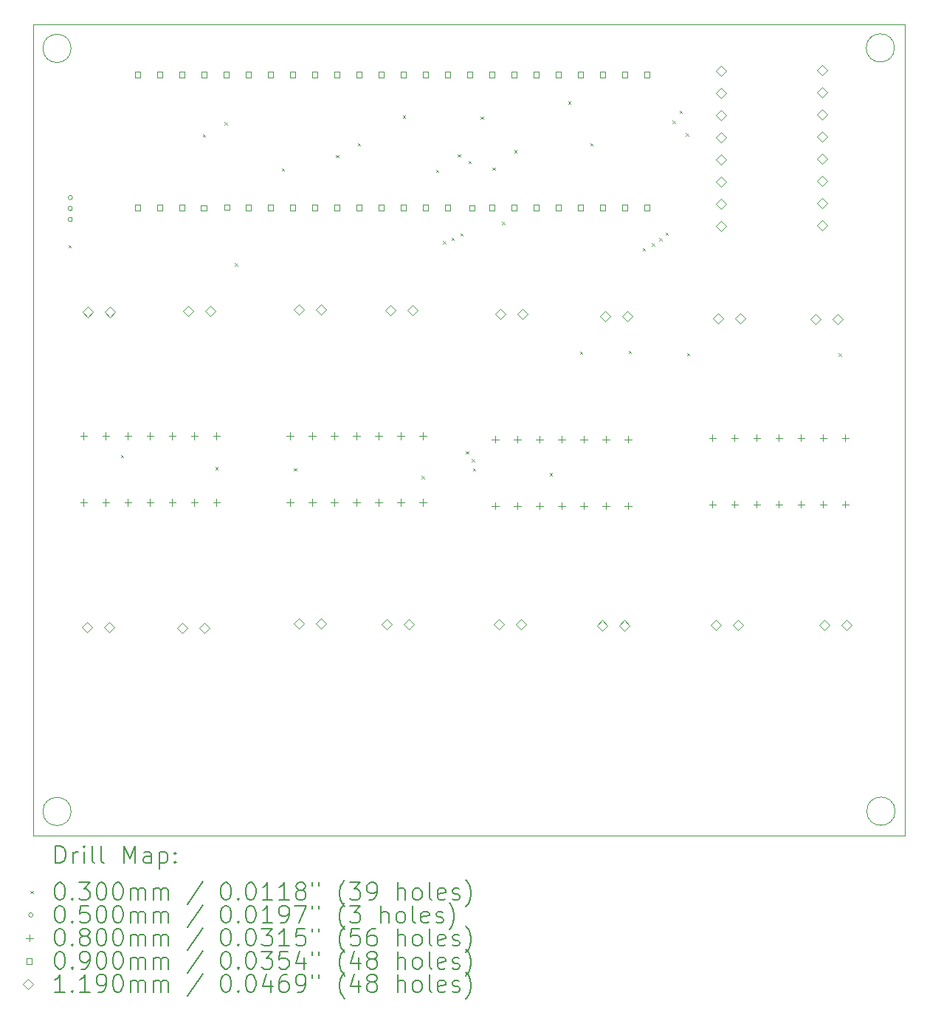
<source format=gbr>
%TF.GenerationSoftware,KiCad,Pcbnew,9.0.2*%
%TF.CreationDate,2025-07-17T17:15:00-07:00*%
%TF.ProjectId,fsrPrototype2,66737250-726f-4746-9f74-797065322e6b,rev?*%
%TF.SameCoordinates,Original*%
%TF.FileFunction,Drillmap*%
%TF.FilePolarity,Positive*%
%FSLAX45Y45*%
G04 Gerber Fmt 4.5, Leading zero omitted, Abs format (unit mm)*
G04 Created by KiCad (PCBNEW 9.0.2) date 2025-07-17 17:15:00*
%MOMM*%
%LPD*%
G01*
G04 APERTURE LIST*
%ADD10C,0.050000*%
%ADD11C,0.200000*%
%ADD12C,0.100000*%
%ADD13C,0.119000*%
G04 APERTURE END LIST*
D10*
X20200000Y-4800000D02*
X20100000Y-4800000D01*
X20200000Y-4900000D02*
X20200000Y-4800000D01*
X20200000Y-14100000D02*
X20200000Y-14000000D01*
X20100000Y-14100000D02*
X20200000Y-14100000D01*
X10200000Y-14100000D02*
X10300000Y-14100000D01*
X10200000Y-14000000D02*
X10200000Y-14100000D01*
X10200000Y-4800000D02*
X10300000Y-4800000D01*
X10200000Y-4900000D02*
X10200000Y-4800000D01*
X20080000Y-5070000D02*
G75*
G02*
X19756270Y-5070000I-161865J0D01*
G01*
X19756270Y-5070000D02*
G75*
G02*
X20080000Y-5070000I161865J0D01*
G01*
X10200000Y-4900000D02*
X10200000Y-14000000D01*
X20086865Y-13816865D02*
G75*
G02*
X19763135Y-13816865I-161865J0D01*
G01*
X19763135Y-13816865D02*
G75*
G02*
X20086865Y-13816865I161865J0D01*
G01*
X10635000Y-13820000D02*
G75*
G02*
X10311270Y-13820000I-161865J0D01*
G01*
X10311270Y-13820000D02*
G75*
G02*
X10635000Y-13820000I161865J0D01*
G01*
X10635000Y-5075000D02*
G75*
G02*
X10311270Y-5075000I-161865J0D01*
G01*
X10311270Y-5075000D02*
G75*
G02*
X10635000Y-5075000I161865J0D01*
G01*
X20100000Y-4800000D02*
X10300000Y-4800000D01*
X20200000Y-14000000D02*
X20200000Y-4900000D01*
X10300000Y-14100000D02*
X20100000Y-14100000D01*
D11*
D12*
X10605000Y-7330000D02*
X10635000Y-7360000D01*
X10635000Y-7330000D02*
X10605000Y-7360000D01*
X11205000Y-9735000D02*
X11235000Y-9765000D01*
X11235000Y-9735000D02*
X11205000Y-9765000D01*
X12147000Y-6060000D02*
X12177000Y-6090000D01*
X12177000Y-6060000D02*
X12147000Y-6090000D01*
X12288500Y-9871500D02*
X12318500Y-9901500D01*
X12318500Y-9871500D02*
X12288500Y-9901500D01*
X12395000Y-5920000D02*
X12425000Y-5950000D01*
X12425000Y-5920000D02*
X12395000Y-5950000D01*
X12515000Y-7535000D02*
X12545000Y-7565000D01*
X12545000Y-7535000D02*
X12515000Y-7565000D01*
X13050000Y-6450000D02*
X13080000Y-6480000D01*
X13080000Y-6450000D02*
X13050000Y-6480000D01*
X13190000Y-9885000D02*
X13220000Y-9915000D01*
X13220000Y-9885000D02*
X13190000Y-9915000D01*
X13675000Y-6295000D02*
X13705000Y-6325000D01*
X13705000Y-6295000D02*
X13675000Y-6325000D01*
X13925000Y-6160000D02*
X13955000Y-6190000D01*
X13955000Y-6160000D02*
X13925000Y-6190000D01*
X14440000Y-5845000D02*
X14470000Y-5875000D01*
X14470000Y-5845000D02*
X14440000Y-5875000D01*
X14655000Y-9975000D02*
X14685000Y-10005000D01*
X14685000Y-9975000D02*
X14655000Y-10005000D01*
X14820000Y-6465000D02*
X14850000Y-6495000D01*
X14850000Y-6465000D02*
X14820000Y-6495000D01*
X14900000Y-7285000D02*
X14930000Y-7315000D01*
X14930000Y-7285000D02*
X14900000Y-7315000D01*
X15000300Y-7244700D02*
X15030300Y-7274700D01*
X15030300Y-7244700D02*
X15000300Y-7274700D01*
X15070000Y-6290000D02*
X15100000Y-6320000D01*
X15100000Y-6290000D02*
X15070000Y-6320000D01*
X15100000Y-7195000D02*
X15130000Y-7225000D01*
X15130000Y-7195000D02*
X15100000Y-7225000D01*
X15165000Y-9690000D02*
X15195000Y-9720000D01*
X15195000Y-9690000D02*
X15165000Y-9720000D01*
X15195000Y-6365000D02*
X15225000Y-6395000D01*
X15225000Y-6365000D02*
X15195000Y-6395000D01*
X15230000Y-9780000D02*
X15260000Y-9810000D01*
X15260000Y-9780000D02*
X15230000Y-9810000D01*
X15245000Y-9885000D02*
X15275000Y-9915000D01*
X15275000Y-9885000D02*
X15245000Y-9915000D01*
X15335000Y-5855000D02*
X15365000Y-5885000D01*
X15365000Y-5855000D02*
X15335000Y-5885000D01*
X15470000Y-6440000D02*
X15500000Y-6470000D01*
X15500000Y-6440000D02*
X15470000Y-6470000D01*
X15580000Y-7065000D02*
X15610000Y-7095000D01*
X15610000Y-7065000D02*
X15580000Y-7095000D01*
X15720000Y-6240000D02*
X15750000Y-6270000D01*
X15750000Y-6240000D02*
X15720000Y-6270000D01*
X16125000Y-9940000D02*
X16155000Y-9970000D01*
X16155000Y-9940000D02*
X16125000Y-9970000D01*
X16335000Y-5685000D02*
X16365000Y-5715000D01*
X16365000Y-5685000D02*
X16335000Y-5715000D01*
X16470000Y-8550000D02*
X16500000Y-8580000D01*
X16500000Y-8550000D02*
X16470000Y-8580000D01*
X16590000Y-6160000D02*
X16620000Y-6190000D01*
X16620000Y-6160000D02*
X16590000Y-6190000D01*
X17030000Y-8540000D02*
X17060000Y-8570000D01*
X17060000Y-8540000D02*
X17030000Y-8570000D01*
X17192500Y-7362500D02*
X17222500Y-7392500D01*
X17222500Y-7362500D02*
X17192500Y-7392500D01*
X17297500Y-7307500D02*
X17327500Y-7337500D01*
X17327500Y-7307500D02*
X17297500Y-7337500D01*
X17380000Y-7250000D02*
X17410000Y-7280000D01*
X17410000Y-7250000D02*
X17380000Y-7280000D01*
X17455000Y-7185000D02*
X17485000Y-7215000D01*
X17485000Y-7185000D02*
X17455000Y-7215000D01*
X17535000Y-5905000D02*
X17565000Y-5935000D01*
X17565000Y-5905000D02*
X17535000Y-5935000D01*
X17615000Y-5790000D02*
X17645000Y-5820000D01*
X17645000Y-5790000D02*
X17615000Y-5820000D01*
X17685000Y-6045000D02*
X17715000Y-6075000D01*
X17715000Y-6045000D02*
X17685000Y-6075000D01*
X17700000Y-8565000D02*
X17730000Y-8595000D01*
X17730000Y-8565000D02*
X17700000Y-8595000D01*
X19440000Y-8570000D02*
X19470000Y-8600000D01*
X19470000Y-8570000D02*
X19440000Y-8600000D01*
X10650000Y-6785000D02*
G75*
G02*
X10600000Y-6785000I-25000J0D01*
G01*
X10600000Y-6785000D02*
G75*
G02*
X10650000Y-6785000I25000J0D01*
G01*
X10650000Y-6910000D02*
G75*
G02*
X10600000Y-6910000I-25000J0D01*
G01*
X10600000Y-6910000D02*
G75*
G02*
X10650000Y-6910000I25000J0D01*
G01*
X10650000Y-7035000D02*
G75*
G02*
X10600000Y-7035000I-25000J0D01*
G01*
X10600000Y-7035000D02*
G75*
G02*
X10650000Y-7035000I25000J0D01*
G01*
X10779500Y-9477500D02*
X10779500Y-9557500D01*
X10739500Y-9517500D02*
X10819500Y-9517500D01*
X10779500Y-10239500D02*
X10779500Y-10319500D01*
X10739500Y-10279500D02*
X10819500Y-10279500D01*
X11033500Y-9477500D02*
X11033500Y-9557500D01*
X10993500Y-9517500D02*
X11073500Y-9517500D01*
X11033500Y-10239500D02*
X11033500Y-10319500D01*
X10993500Y-10279500D02*
X11073500Y-10279500D01*
X11287500Y-9477500D02*
X11287500Y-9557500D01*
X11247500Y-9517500D02*
X11327500Y-9517500D01*
X11287500Y-10239500D02*
X11287500Y-10319500D01*
X11247500Y-10279500D02*
X11327500Y-10279500D01*
X11541500Y-9477500D02*
X11541500Y-9557500D01*
X11501500Y-9517500D02*
X11581500Y-9517500D01*
X11541500Y-10239500D02*
X11541500Y-10319500D01*
X11501500Y-10279500D02*
X11581500Y-10279500D01*
X11795500Y-9477500D02*
X11795500Y-9557500D01*
X11755500Y-9517500D02*
X11835500Y-9517500D01*
X11795500Y-10239500D02*
X11795500Y-10319500D01*
X11755500Y-10279500D02*
X11835500Y-10279500D01*
X12049500Y-9477500D02*
X12049500Y-9557500D01*
X12009500Y-9517500D02*
X12089500Y-9517500D01*
X12049500Y-10239500D02*
X12049500Y-10319500D01*
X12009500Y-10279500D02*
X12089500Y-10279500D01*
X12303500Y-9477500D02*
X12303500Y-9557500D01*
X12263500Y-9517500D02*
X12343500Y-9517500D01*
X12303500Y-10239500D02*
X12303500Y-10319500D01*
X12263500Y-10279500D02*
X12343500Y-10279500D01*
X13147500Y-9478000D02*
X13147500Y-9558000D01*
X13107500Y-9518000D02*
X13187500Y-9518000D01*
X13147500Y-10240000D02*
X13147500Y-10320000D01*
X13107500Y-10280000D02*
X13187500Y-10280000D01*
X13401500Y-9478000D02*
X13401500Y-9558000D01*
X13361500Y-9518000D02*
X13441500Y-9518000D01*
X13401500Y-10240000D02*
X13401500Y-10320000D01*
X13361500Y-10280000D02*
X13441500Y-10280000D01*
X13655500Y-9478000D02*
X13655500Y-9558000D01*
X13615500Y-9518000D02*
X13695500Y-9518000D01*
X13655500Y-10240000D02*
X13655500Y-10320000D01*
X13615500Y-10280000D02*
X13695500Y-10280000D01*
X13909500Y-9478000D02*
X13909500Y-9558000D01*
X13869500Y-9518000D02*
X13949500Y-9518000D01*
X13909500Y-10240000D02*
X13909500Y-10320000D01*
X13869500Y-10280000D02*
X13949500Y-10280000D01*
X14163500Y-9478000D02*
X14163500Y-9558000D01*
X14123500Y-9518000D02*
X14203500Y-9518000D01*
X14163500Y-10240000D02*
X14163500Y-10320000D01*
X14123500Y-10280000D02*
X14203500Y-10280000D01*
X14417500Y-9478000D02*
X14417500Y-9558000D01*
X14377500Y-9518000D02*
X14457500Y-9518000D01*
X14417500Y-10240000D02*
X14417500Y-10320000D01*
X14377500Y-10280000D02*
X14457500Y-10280000D01*
X14671500Y-9478000D02*
X14671500Y-9558000D01*
X14631500Y-9518000D02*
X14711500Y-9518000D01*
X14671500Y-10240000D02*
X14671500Y-10320000D01*
X14631500Y-10280000D02*
X14711500Y-10280000D01*
X15500000Y-9516000D02*
X15500000Y-9596000D01*
X15460000Y-9556000D02*
X15540000Y-9556000D01*
X15500000Y-10278000D02*
X15500000Y-10358000D01*
X15460000Y-10318000D02*
X15540000Y-10318000D01*
X15754000Y-9516000D02*
X15754000Y-9596000D01*
X15714000Y-9556000D02*
X15794000Y-9556000D01*
X15754000Y-10278000D02*
X15754000Y-10358000D01*
X15714000Y-10318000D02*
X15794000Y-10318000D01*
X16008000Y-9516000D02*
X16008000Y-9596000D01*
X15968000Y-9556000D02*
X16048000Y-9556000D01*
X16008000Y-10278000D02*
X16008000Y-10358000D01*
X15968000Y-10318000D02*
X16048000Y-10318000D01*
X16262000Y-9516000D02*
X16262000Y-9596000D01*
X16222000Y-9556000D02*
X16302000Y-9556000D01*
X16262000Y-10278000D02*
X16262000Y-10358000D01*
X16222000Y-10318000D02*
X16302000Y-10318000D01*
X16516000Y-9516000D02*
X16516000Y-9596000D01*
X16476000Y-9556000D02*
X16556000Y-9556000D01*
X16516000Y-10278000D02*
X16516000Y-10358000D01*
X16476000Y-10318000D02*
X16556000Y-10318000D01*
X16770000Y-9516000D02*
X16770000Y-9596000D01*
X16730000Y-9556000D02*
X16810000Y-9556000D01*
X16770000Y-10278000D02*
X16770000Y-10358000D01*
X16730000Y-10318000D02*
X16810000Y-10318000D01*
X17024000Y-9516000D02*
X17024000Y-9596000D01*
X16984000Y-9556000D02*
X17064000Y-9556000D01*
X17024000Y-10278000D02*
X17024000Y-10358000D01*
X16984000Y-10318000D02*
X17064000Y-10318000D01*
X17992000Y-9498000D02*
X17992000Y-9578000D01*
X17952000Y-9538000D02*
X18032000Y-9538000D01*
X17992000Y-10260000D02*
X17992000Y-10340000D01*
X17952000Y-10300000D02*
X18032000Y-10300000D01*
X18246000Y-9498000D02*
X18246000Y-9578000D01*
X18206000Y-9538000D02*
X18286000Y-9538000D01*
X18246000Y-10260000D02*
X18246000Y-10340000D01*
X18206000Y-10300000D02*
X18286000Y-10300000D01*
X18500000Y-9498000D02*
X18500000Y-9578000D01*
X18460000Y-9538000D02*
X18540000Y-9538000D01*
X18500000Y-10260000D02*
X18500000Y-10340000D01*
X18460000Y-10300000D02*
X18540000Y-10300000D01*
X18754000Y-9498000D02*
X18754000Y-9578000D01*
X18714000Y-9538000D02*
X18794000Y-9538000D01*
X18754000Y-10260000D02*
X18754000Y-10340000D01*
X18714000Y-10300000D02*
X18794000Y-10300000D01*
X19008000Y-9498000D02*
X19008000Y-9578000D01*
X18968000Y-9538000D02*
X19048000Y-9538000D01*
X19008000Y-10260000D02*
X19008000Y-10340000D01*
X18968000Y-10300000D02*
X19048000Y-10300000D01*
X19262000Y-9498000D02*
X19262000Y-9578000D01*
X19222000Y-9538000D02*
X19302000Y-9538000D01*
X19262000Y-10260000D02*
X19262000Y-10340000D01*
X19222000Y-10300000D02*
X19302000Y-10300000D01*
X19516000Y-9498000D02*
X19516000Y-9578000D01*
X19476000Y-9538000D02*
X19556000Y-9538000D01*
X19516000Y-10260000D02*
X19516000Y-10340000D01*
X19476000Y-10300000D02*
X19556000Y-10300000D01*
X11431820Y-5407820D02*
X11431820Y-5344180D01*
X11368180Y-5344180D01*
X11368180Y-5407820D01*
X11431820Y-5407820D01*
X11431820Y-6931820D02*
X11431820Y-6868180D01*
X11368180Y-6868180D01*
X11368180Y-6931820D01*
X11431820Y-6931820D01*
X11685820Y-5407820D02*
X11685820Y-5344180D01*
X11622180Y-5344180D01*
X11622180Y-5407820D01*
X11685820Y-5407820D01*
X11685820Y-6931820D02*
X11685820Y-6868180D01*
X11622180Y-6868180D01*
X11622180Y-6931820D01*
X11685820Y-6931820D01*
X11939820Y-5407820D02*
X11939820Y-5344180D01*
X11876180Y-5344180D01*
X11876180Y-5407820D01*
X11939820Y-5407820D01*
X11939820Y-6931820D02*
X11939820Y-6868180D01*
X11876180Y-6868180D01*
X11876180Y-6931820D01*
X11939820Y-6931820D01*
X12189612Y-6936524D02*
X12189612Y-6872884D01*
X12125972Y-6872884D01*
X12125972Y-6936524D01*
X12189612Y-6936524D01*
X12193820Y-5407820D02*
X12193820Y-5344180D01*
X12130180Y-5344180D01*
X12130180Y-5407820D01*
X12193820Y-5407820D01*
X12447820Y-5407820D02*
X12447820Y-5344180D01*
X12384180Y-5344180D01*
X12384180Y-5407820D01*
X12447820Y-5407820D01*
X12452855Y-6927447D02*
X12452855Y-6863806D01*
X12389215Y-6863806D01*
X12389215Y-6927447D01*
X12452855Y-6927447D01*
X12701820Y-5407820D02*
X12701820Y-5344180D01*
X12638180Y-5344180D01*
X12638180Y-5407820D01*
X12701820Y-5407820D01*
X12701820Y-6931820D02*
X12701820Y-6868180D01*
X12638180Y-6868180D01*
X12638180Y-6931820D01*
X12701820Y-6931820D01*
X12955820Y-5407820D02*
X12955820Y-5344180D01*
X12892180Y-5344180D01*
X12892180Y-5407820D01*
X12955820Y-5407820D01*
X12955820Y-6931820D02*
X12955820Y-6868180D01*
X12892180Y-6868180D01*
X12892180Y-6931820D01*
X12955820Y-6931820D01*
X13209820Y-5407820D02*
X13209820Y-5344180D01*
X13146180Y-5344180D01*
X13146180Y-5407820D01*
X13209820Y-5407820D01*
X13209820Y-6931820D02*
X13209820Y-6868180D01*
X13146180Y-6868180D01*
X13146180Y-6931820D01*
X13209820Y-6931820D01*
X13463820Y-5407820D02*
X13463820Y-5344180D01*
X13400180Y-5344180D01*
X13400180Y-5407820D01*
X13463820Y-5407820D01*
X13463820Y-6931820D02*
X13463820Y-6868180D01*
X13400180Y-6868180D01*
X13400180Y-6931820D01*
X13463820Y-6931820D01*
X13717820Y-5407820D02*
X13717820Y-5344180D01*
X13654180Y-5344180D01*
X13654180Y-5407820D01*
X13717820Y-5407820D01*
X13717820Y-6931820D02*
X13717820Y-6868180D01*
X13654180Y-6868180D01*
X13654180Y-6931820D01*
X13717820Y-6931820D01*
X13971820Y-5407820D02*
X13971820Y-5344180D01*
X13908180Y-5344180D01*
X13908180Y-5407820D01*
X13971820Y-5407820D01*
X13971820Y-6931820D02*
X13971820Y-6868180D01*
X13908180Y-6868180D01*
X13908180Y-6931820D01*
X13971820Y-6931820D01*
X14225820Y-5407820D02*
X14225820Y-5344180D01*
X14162180Y-5344180D01*
X14162180Y-5407820D01*
X14225820Y-5407820D01*
X14225820Y-6931820D02*
X14225820Y-6868180D01*
X14162180Y-6868180D01*
X14162180Y-6931820D01*
X14225820Y-6931820D01*
X14479820Y-5407820D02*
X14479820Y-5344180D01*
X14416180Y-5344180D01*
X14416180Y-5407820D01*
X14479820Y-5407820D01*
X14479820Y-6931820D02*
X14479820Y-6868180D01*
X14416180Y-6868180D01*
X14416180Y-6931820D01*
X14479820Y-6931820D01*
X14733820Y-5407820D02*
X14733820Y-5344180D01*
X14670180Y-5344180D01*
X14670180Y-5407820D01*
X14733820Y-5407820D01*
X14733820Y-6931820D02*
X14733820Y-6868180D01*
X14670180Y-6868180D01*
X14670180Y-6931820D01*
X14733820Y-6931820D01*
X14987820Y-5407820D02*
X14987820Y-5344180D01*
X14924180Y-5344180D01*
X14924180Y-5407820D01*
X14987820Y-5407820D01*
X14987820Y-6931820D02*
X14987820Y-6868180D01*
X14924180Y-6868180D01*
X14924180Y-6931820D01*
X14987820Y-6931820D01*
X15241820Y-5407820D02*
X15241820Y-5344180D01*
X15178180Y-5344180D01*
X15178180Y-5407820D01*
X15241820Y-5407820D01*
X15266828Y-6936524D02*
X15266828Y-6872884D01*
X15203188Y-6872884D01*
X15203188Y-6936524D01*
X15266828Y-6936524D01*
X15495820Y-5407820D02*
X15495820Y-5344180D01*
X15432180Y-5344180D01*
X15432180Y-5407820D01*
X15495820Y-5407820D01*
X15495820Y-6931820D02*
X15495820Y-6868180D01*
X15432180Y-6868180D01*
X15432180Y-6931820D01*
X15495820Y-6931820D01*
X15749820Y-5407820D02*
X15749820Y-5344180D01*
X15686180Y-5344180D01*
X15686180Y-5407820D01*
X15749820Y-5407820D01*
X15749820Y-6931820D02*
X15749820Y-6868180D01*
X15686180Y-6868180D01*
X15686180Y-6931820D01*
X15749820Y-6931820D01*
X16003820Y-5407820D02*
X16003820Y-5344180D01*
X15940180Y-5344180D01*
X15940180Y-5407820D01*
X16003820Y-5407820D01*
X16003820Y-6931820D02*
X16003820Y-6868180D01*
X15940180Y-6868180D01*
X15940180Y-6931820D01*
X16003820Y-6931820D01*
X16257820Y-5407820D02*
X16257820Y-5344180D01*
X16194180Y-5344180D01*
X16194180Y-5407820D01*
X16257820Y-5407820D01*
X16257820Y-6931820D02*
X16257820Y-6868180D01*
X16194180Y-6868180D01*
X16194180Y-6931820D01*
X16257820Y-6931820D01*
X16511820Y-5407820D02*
X16511820Y-5344180D01*
X16448180Y-5344180D01*
X16448180Y-5407820D01*
X16511820Y-5407820D01*
X16511820Y-6931820D02*
X16511820Y-6868180D01*
X16448180Y-6868180D01*
X16448180Y-6931820D01*
X16511820Y-6931820D01*
X16765820Y-5407820D02*
X16765820Y-5344180D01*
X16702180Y-5344180D01*
X16702180Y-5407820D01*
X16765820Y-5407820D01*
X16765820Y-6931820D02*
X16765820Y-6868180D01*
X16702180Y-6868180D01*
X16702180Y-6931820D01*
X16765820Y-6931820D01*
X17019820Y-5407820D02*
X17019820Y-5344180D01*
X16956180Y-5344180D01*
X16956180Y-5407820D01*
X17019820Y-5407820D01*
X17019820Y-6931820D02*
X17019820Y-6868180D01*
X16956180Y-6868180D01*
X16956180Y-6931820D01*
X17019820Y-6931820D01*
X17273820Y-5407820D02*
X17273820Y-5344180D01*
X17210180Y-5344180D01*
X17210180Y-5407820D01*
X17273820Y-5407820D01*
X17273820Y-6931820D02*
X17273820Y-6868180D01*
X17210180Y-6868180D01*
X17210180Y-6931820D01*
X17273820Y-6931820D01*
D13*
X10819500Y-11767500D02*
X10879000Y-11708000D01*
X10819500Y-11648500D01*
X10760000Y-11708000D01*
X10819500Y-11767500D01*
X10827500Y-8157500D02*
X10887000Y-8098000D01*
X10827500Y-8038500D01*
X10768000Y-8098000D01*
X10827500Y-8157500D01*
X11073500Y-11767500D02*
X11133000Y-11708000D01*
X11073500Y-11648500D01*
X11014000Y-11708000D01*
X11073500Y-11767500D01*
X11081500Y-8157500D02*
X11141000Y-8098000D01*
X11081500Y-8038500D01*
X11022000Y-8098000D01*
X11081500Y-8157500D01*
X11908500Y-11775500D02*
X11968000Y-11716000D01*
X11908500Y-11656500D01*
X11849000Y-11716000D01*
X11908500Y-11775500D01*
X11975000Y-8145500D02*
X12034500Y-8086000D01*
X11975000Y-8026500D01*
X11915500Y-8086000D01*
X11975000Y-8145500D01*
X12162500Y-11775500D02*
X12222000Y-11716000D01*
X12162500Y-11656500D01*
X12103000Y-11716000D01*
X12162500Y-11775500D01*
X12229000Y-8145500D02*
X12288500Y-8086000D01*
X12229000Y-8026500D01*
X12169500Y-8086000D01*
X12229000Y-8145500D01*
X13245500Y-8129500D02*
X13305000Y-8070000D01*
X13245500Y-8010500D01*
X13186000Y-8070000D01*
X13245500Y-8129500D01*
X13247500Y-11727500D02*
X13307000Y-11668000D01*
X13247500Y-11608500D01*
X13188000Y-11668000D01*
X13247500Y-11727500D01*
X13499500Y-8129500D02*
X13559000Y-8070000D01*
X13499500Y-8010500D01*
X13440000Y-8070000D01*
X13499500Y-8129500D01*
X13501500Y-11727500D02*
X13561000Y-11668000D01*
X13501500Y-11608500D01*
X13442000Y-11668000D01*
X13501500Y-11727500D01*
X14257500Y-11737500D02*
X14317000Y-11678000D01*
X14257500Y-11618500D01*
X14198000Y-11678000D01*
X14257500Y-11737500D01*
X14294250Y-8137500D02*
X14353750Y-8078000D01*
X14294250Y-8018500D01*
X14234750Y-8078000D01*
X14294250Y-8137500D01*
X14511500Y-11737500D02*
X14571000Y-11678000D01*
X14511500Y-11618500D01*
X14452000Y-11678000D01*
X14511500Y-11737500D01*
X14548250Y-8137500D02*
X14607750Y-8078000D01*
X14548250Y-8018500D01*
X14488750Y-8078000D01*
X14548250Y-8137500D01*
X15543750Y-11735500D02*
X15603250Y-11676000D01*
X15543750Y-11616500D01*
X15484250Y-11676000D01*
X15543750Y-11735500D01*
X15562000Y-8177500D02*
X15621500Y-8118000D01*
X15562000Y-8058500D01*
X15502500Y-8118000D01*
X15562000Y-8177500D01*
X15797750Y-11735500D02*
X15857250Y-11676000D01*
X15797750Y-11616500D01*
X15738250Y-11676000D01*
X15797750Y-11735500D01*
X15816000Y-8177500D02*
X15875500Y-8118000D01*
X15816000Y-8058500D01*
X15756500Y-8118000D01*
X15816000Y-8177500D01*
X16726250Y-11747500D02*
X16785750Y-11688000D01*
X16726250Y-11628500D01*
X16666750Y-11688000D01*
X16726250Y-11747500D01*
X16762000Y-8207500D02*
X16821500Y-8148000D01*
X16762000Y-8088500D01*
X16702500Y-8148000D01*
X16762000Y-8207500D01*
X16980250Y-11747500D02*
X17039750Y-11688000D01*
X16980250Y-11628500D01*
X16920750Y-11688000D01*
X16980250Y-11747500D01*
X17016000Y-8207500D02*
X17075500Y-8148000D01*
X17016000Y-8088500D01*
X16956500Y-8148000D01*
X17016000Y-8207500D01*
X18033750Y-11745500D02*
X18093250Y-11686000D01*
X18033750Y-11626500D01*
X17974250Y-11686000D01*
X18033750Y-11745500D01*
X18053750Y-8227500D02*
X18113250Y-8168000D01*
X18053750Y-8108500D01*
X17994250Y-8168000D01*
X18053750Y-8227500D01*
X18090000Y-5394500D02*
X18149500Y-5335000D01*
X18090000Y-5275500D01*
X18030500Y-5335000D01*
X18090000Y-5394500D01*
X18090000Y-5648500D02*
X18149500Y-5589000D01*
X18090000Y-5529500D01*
X18030500Y-5589000D01*
X18090000Y-5648500D01*
X18090000Y-5902500D02*
X18149500Y-5843000D01*
X18090000Y-5783500D01*
X18030500Y-5843000D01*
X18090000Y-5902500D01*
X18090000Y-6156500D02*
X18149500Y-6097000D01*
X18090000Y-6037500D01*
X18030500Y-6097000D01*
X18090000Y-6156500D01*
X18090000Y-6410500D02*
X18149500Y-6351000D01*
X18090000Y-6291500D01*
X18030500Y-6351000D01*
X18090000Y-6410500D01*
X18090000Y-6664500D02*
X18149500Y-6605000D01*
X18090000Y-6545500D01*
X18030500Y-6605000D01*
X18090000Y-6664500D01*
X18090000Y-6918500D02*
X18149500Y-6859000D01*
X18090000Y-6799500D01*
X18030500Y-6859000D01*
X18090000Y-6918500D01*
X18090000Y-7172500D02*
X18149500Y-7113000D01*
X18090000Y-7053500D01*
X18030500Y-7113000D01*
X18090000Y-7172500D01*
X18287750Y-11745500D02*
X18347250Y-11686000D01*
X18287750Y-11626500D01*
X18228250Y-11686000D01*
X18287750Y-11745500D01*
X18307750Y-8227500D02*
X18367250Y-8168000D01*
X18307750Y-8108500D01*
X18248250Y-8168000D01*
X18307750Y-8227500D01*
X19171250Y-8235500D02*
X19230750Y-8176000D01*
X19171250Y-8116500D01*
X19111750Y-8176000D01*
X19171250Y-8235500D01*
X19252000Y-5388500D02*
X19311500Y-5329000D01*
X19252000Y-5269500D01*
X19192500Y-5329000D01*
X19252000Y-5388500D01*
X19252000Y-5642500D02*
X19311500Y-5583000D01*
X19252000Y-5523500D01*
X19192500Y-5583000D01*
X19252000Y-5642500D01*
X19252000Y-5896500D02*
X19311500Y-5837000D01*
X19252000Y-5777500D01*
X19192500Y-5837000D01*
X19252000Y-5896500D01*
X19252000Y-6150500D02*
X19311500Y-6091000D01*
X19252000Y-6031500D01*
X19192500Y-6091000D01*
X19252000Y-6150500D01*
X19252000Y-6404500D02*
X19311500Y-6345000D01*
X19252000Y-6285500D01*
X19192500Y-6345000D01*
X19252000Y-6404500D01*
X19252000Y-6658500D02*
X19311500Y-6599000D01*
X19252000Y-6539500D01*
X19192500Y-6599000D01*
X19252000Y-6658500D01*
X19252000Y-6912500D02*
X19311500Y-6853000D01*
X19252000Y-6793500D01*
X19192500Y-6853000D01*
X19252000Y-6912500D01*
X19252000Y-7166500D02*
X19311500Y-7107000D01*
X19252000Y-7047500D01*
X19192500Y-7107000D01*
X19252000Y-7166500D01*
X19273750Y-11744500D02*
X19333250Y-11685000D01*
X19273750Y-11625500D01*
X19214250Y-11685000D01*
X19273750Y-11744500D01*
X19425250Y-8235500D02*
X19484750Y-8176000D01*
X19425250Y-8116500D01*
X19365750Y-8176000D01*
X19425250Y-8235500D01*
X19527750Y-11744500D02*
X19587250Y-11685000D01*
X19527750Y-11625500D01*
X19468250Y-11685000D01*
X19527750Y-11744500D01*
D11*
X10458277Y-14413984D02*
X10458277Y-14213984D01*
X10458277Y-14213984D02*
X10505896Y-14213984D01*
X10505896Y-14213984D02*
X10534467Y-14223508D01*
X10534467Y-14223508D02*
X10553515Y-14242555D01*
X10553515Y-14242555D02*
X10563039Y-14261603D01*
X10563039Y-14261603D02*
X10572563Y-14299698D01*
X10572563Y-14299698D02*
X10572563Y-14328269D01*
X10572563Y-14328269D02*
X10563039Y-14366365D01*
X10563039Y-14366365D02*
X10553515Y-14385412D01*
X10553515Y-14385412D02*
X10534467Y-14404460D01*
X10534467Y-14404460D02*
X10505896Y-14413984D01*
X10505896Y-14413984D02*
X10458277Y-14413984D01*
X10658277Y-14413984D02*
X10658277Y-14280650D01*
X10658277Y-14318746D02*
X10667801Y-14299698D01*
X10667801Y-14299698D02*
X10677324Y-14290174D01*
X10677324Y-14290174D02*
X10696372Y-14280650D01*
X10696372Y-14280650D02*
X10715420Y-14280650D01*
X10782086Y-14413984D02*
X10782086Y-14280650D01*
X10782086Y-14213984D02*
X10772563Y-14223508D01*
X10772563Y-14223508D02*
X10782086Y-14233031D01*
X10782086Y-14233031D02*
X10791610Y-14223508D01*
X10791610Y-14223508D02*
X10782086Y-14213984D01*
X10782086Y-14213984D02*
X10782086Y-14233031D01*
X10905896Y-14413984D02*
X10886848Y-14404460D01*
X10886848Y-14404460D02*
X10877324Y-14385412D01*
X10877324Y-14385412D02*
X10877324Y-14213984D01*
X11010658Y-14413984D02*
X10991610Y-14404460D01*
X10991610Y-14404460D02*
X10982086Y-14385412D01*
X10982086Y-14385412D02*
X10982086Y-14213984D01*
X11239229Y-14413984D02*
X11239229Y-14213984D01*
X11239229Y-14213984D02*
X11305896Y-14356841D01*
X11305896Y-14356841D02*
X11372562Y-14213984D01*
X11372562Y-14213984D02*
X11372562Y-14413984D01*
X11553515Y-14413984D02*
X11553515Y-14309222D01*
X11553515Y-14309222D02*
X11543991Y-14290174D01*
X11543991Y-14290174D02*
X11524943Y-14280650D01*
X11524943Y-14280650D02*
X11486848Y-14280650D01*
X11486848Y-14280650D02*
X11467801Y-14290174D01*
X11553515Y-14404460D02*
X11534467Y-14413984D01*
X11534467Y-14413984D02*
X11486848Y-14413984D01*
X11486848Y-14413984D02*
X11467801Y-14404460D01*
X11467801Y-14404460D02*
X11458277Y-14385412D01*
X11458277Y-14385412D02*
X11458277Y-14366365D01*
X11458277Y-14366365D02*
X11467801Y-14347317D01*
X11467801Y-14347317D02*
X11486848Y-14337793D01*
X11486848Y-14337793D02*
X11534467Y-14337793D01*
X11534467Y-14337793D02*
X11553515Y-14328269D01*
X11648753Y-14280650D02*
X11648753Y-14480650D01*
X11648753Y-14290174D02*
X11667801Y-14280650D01*
X11667801Y-14280650D02*
X11705896Y-14280650D01*
X11705896Y-14280650D02*
X11724943Y-14290174D01*
X11724943Y-14290174D02*
X11734467Y-14299698D01*
X11734467Y-14299698D02*
X11743991Y-14318746D01*
X11743991Y-14318746D02*
X11743991Y-14375888D01*
X11743991Y-14375888D02*
X11734467Y-14394936D01*
X11734467Y-14394936D02*
X11724943Y-14404460D01*
X11724943Y-14404460D02*
X11705896Y-14413984D01*
X11705896Y-14413984D02*
X11667801Y-14413984D01*
X11667801Y-14413984D02*
X11648753Y-14404460D01*
X11829705Y-14394936D02*
X11839229Y-14404460D01*
X11839229Y-14404460D02*
X11829705Y-14413984D01*
X11829705Y-14413984D02*
X11820182Y-14404460D01*
X11820182Y-14404460D02*
X11829705Y-14394936D01*
X11829705Y-14394936D02*
X11829705Y-14413984D01*
X11829705Y-14290174D02*
X11839229Y-14299698D01*
X11839229Y-14299698D02*
X11829705Y-14309222D01*
X11829705Y-14309222D02*
X11820182Y-14299698D01*
X11820182Y-14299698D02*
X11829705Y-14290174D01*
X11829705Y-14290174D02*
X11829705Y-14309222D01*
D12*
X10167500Y-14727500D02*
X10197500Y-14757500D01*
X10197500Y-14727500D02*
X10167500Y-14757500D01*
D11*
X10496372Y-14633984D02*
X10515420Y-14633984D01*
X10515420Y-14633984D02*
X10534467Y-14643508D01*
X10534467Y-14643508D02*
X10543991Y-14653031D01*
X10543991Y-14653031D02*
X10553515Y-14672079D01*
X10553515Y-14672079D02*
X10563039Y-14710174D01*
X10563039Y-14710174D02*
X10563039Y-14757793D01*
X10563039Y-14757793D02*
X10553515Y-14795888D01*
X10553515Y-14795888D02*
X10543991Y-14814936D01*
X10543991Y-14814936D02*
X10534467Y-14824460D01*
X10534467Y-14824460D02*
X10515420Y-14833984D01*
X10515420Y-14833984D02*
X10496372Y-14833984D01*
X10496372Y-14833984D02*
X10477324Y-14824460D01*
X10477324Y-14824460D02*
X10467801Y-14814936D01*
X10467801Y-14814936D02*
X10458277Y-14795888D01*
X10458277Y-14795888D02*
X10448753Y-14757793D01*
X10448753Y-14757793D02*
X10448753Y-14710174D01*
X10448753Y-14710174D02*
X10458277Y-14672079D01*
X10458277Y-14672079D02*
X10467801Y-14653031D01*
X10467801Y-14653031D02*
X10477324Y-14643508D01*
X10477324Y-14643508D02*
X10496372Y-14633984D01*
X10648753Y-14814936D02*
X10658277Y-14824460D01*
X10658277Y-14824460D02*
X10648753Y-14833984D01*
X10648753Y-14833984D02*
X10639229Y-14824460D01*
X10639229Y-14824460D02*
X10648753Y-14814936D01*
X10648753Y-14814936D02*
X10648753Y-14833984D01*
X10724944Y-14633984D02*
X10848753Y-14633984D01*
X10848753Y-14633984D02*
X10782086Y-14710174D01*
X10782086Y-14710174D02*
X10810658Y-14710174D01*
X10810658Y-14710174D02*
X10829705Y-14719698D01*
X10829705Y-14719698D02*
X10839229Y-14729222D01*
X10839229Y-14729222D02*
X10848753Y-14748269D01*
X10848753Y-14748269D02*
X10848753Y-14795888D01*
X10848753Y-14795888D02*
X10839229Y-14814936D01*
X10839229Y-14814936D02*
X10829705Y-14824460D01*
X10829705Y-14824460D02*
X10810658Y-14833984D01*
X10810658Y-14833984D02*
X10753515Y-14833984D01*
X10753515Y-14833984D02*
X10734467Y-14824460D01*
X10734467Y-14824460D02*
X10724944Y-14814936D01*
X10972563Y-14633984D02*
X10991610Y-14633984D01*
X10991610Y-14633984D02*
X11010658Y-14643508D01*
X11010658Y-14643508D02*
X11020182Y-14653031D01*
X11020182Y-14653031D02*
X11029705Y-14672079D01*
X11029705Y-14672079D02*
X11039229Y-14710174D01*
X11039229Y-14710174D02*
X11039229Y-14757793D01*
X11039229Y-14757793D02*
X11029705Y-14795888D01*
X11029705Y-14795888D02*
X11020182Y-14814936D01*
X11020182Y-14814936D02*
X11010658Y-14824460D01*
X11010658Y-14824460D02*
X10991610Y-14833984D01*
X10991610Y-14833984D02*
X10972563Y-14833984D01*
X10972563Y-14833984D02*
X10953515Y-14824460D01*
X10953515Y-14824460D02*
X10943991Y-14814936D01*
X10943991Y-14814936D02*
X10934467Y-14795888D01*
X10934467Y-14795888D02*
X10924944Y-14757793D01*
X10924944Y-14757793D02*
X10924944Y-14710174D01*
X10924944Y-14710174D02*
X10934467Y-14672079D01*
X10934467Y-14672079D02*
X10943991Y-14653031D01*
X10943991Y-14653031D02*
X10953515Y-14643508D01*
X10953515Y-14643508D02*
X10972563Y-14633984D01*
X11163039Y-14633984D02*
X11182086Y-14633984D01*
X11182086Y-14633984D02*
X11201134Y-14643508D01*
X11201134Y-14643508D02*
X11210658Y-14653031D01*
X11210658Y-14653031D02*
X11220182Y-14672079D01*
X11220182Y-14672079D02*
X11229705Y-14710174D01*
X11229705Y-14710174D02*
X11229705Y-14757793D01*
X11229705Y-14757793D02*
X11220182Y-14795888D01*
X11220182Y-14795888D02*
X11210658Y-14814936D01*
X11210658Y-14814936D02*
X11201134Y-14824460D01*
X11201134Y-14824460D02*
X11182086Y-14833984D01*
X11182086Y-14833984D02*
X11163039Y-14833984D01*
X11163039Y-14833984D02*
X11143991Y-14824460D01*
X11143991Y-14824460D02*
X11134467Y-14814936D01*
X11134467Y-14814936D02*
X11124944Y-14795888D01*
X11124944Y-14795888D02*
X11115420Y-14757793D01*
X11115420Y-14757793D02*
X11115420Y-14710174D01*
X11115420Y-14710174D02*
X11124944Y-14672079D01*
X11124944Y-14672079D02*
X11134467Y-14653031D01*
X11134467Y-14653031D02*
X11143991Y-14643508D01*
X11143991Y-14643508D02*
X11163039Y-14633984D01*
X11315420Y-14833984D02*
X11315420Y-14700650D01*
X11315420Y-14719698D02*
X11324943Y-14710174D01*
X11324943Y-14710174D02*
X11343991Y-14700650D01*
X11343991Y-14700650D02*
X11372563Y-14700650D01*
X11372563Y-14700650D02*
X11391610Y-14710174D01*
X11391610Y-14710174D02*
X11401134Y-14729222D01*
X11401134Y-14729222D02*
X11401134Y-14833984D01*
X11401134Y-14729222D02*
X11410658Y-14710174D01*
X11410658Y-14710174D02*
X11429705Y-14700650D01*
X11429705Y-14700650D02*
X11458277Y-14700650D01*
X11458277Y-14700650D02*
X11477324Y-14710174D01*
X11477324Y-14710174D02*
X11486848Y-14729222D01*
X11486848Y-14729222D02*
X11486848Y-14833984D01*
X11582086Y-14833984D02*
X11582086Y-14700650D01*
X11582086Y-14719698D02*
X11591610Y-14710174D01*
X11591610Y-14710174D02*
X11610658Y-14700650D01*
X11610658Y-14700650D02*
X11639229Y-14700650D01*
X11639229Y-14700650D02*
X11658277Y-14710174D01*
X11658277Y-14710174D02*
X11667801Y-14729222D01*
X11667801Y-14729222D02*
X11667801Y-14833984D01*
X11667801Y-14729222D02*
X11677324Y-14710174D01*
X11677324Y-14710174D02*
X11696372Y-14700650D01*
X11696372Y-14700650D02*
X11724943Y-14700650D01*
X11724943Y-14700650D02*
X11743991Y-14710174D01*
X11743991Y-14710174D02*
X11753515Y-14729222D01*
X11753515Y-14729222D02*
X11753515Y-14833984D01*
X12143991Y-14624460D02*
X11972563Y-14881603D01*
X12401134Y-14633984D02*
X12420182Y-14633984D01*
X12420182Y-14633984D02*
X12439229Y-14643508D01*
X12439229Y-14643508D02*
X12448753Y-14653031D01*
X12448753Y-14653031D02*
X12458277Y-14672079D01*
X12458277Y-14672079D02*
X12467801Y-14710174D01*
X12467801Y-14710174D02*
X12467801Y-14757793D01*
X12467801Y-14757793D02*
X12458277Y-14795888D01*
X12458277Y-14795888D02*
X12448753Y-14814936D01*
X12448753Y-14814936D02*
X12439229Y-14824460D01*
X12439229Y-14824460D02*
X12420182Y-14833984D01*
X12420182Y-14833984D02*
X12401134Y-14833984D01*
X12401134Y-14833984D02*
X12382086Y-14824460D01*
X12382086Y-14824460D02*
X12372563Y-14814936D01*
X12372563Y-14814936D02*
X12363039Y-14795888D01*
X12363039Y-14795888D02*
X12353515Y-14757793D01*
X12353515Y-14757793D02*
X12353515Y-14710174D01*
X12353515Y-14710174D02*
X12363039Y-14672079D01*
X12363039Y-14672079D02*
X12372563Y-14653031D01*
X12372563Y-14653031D02*
X12382086Y-14643508D01*
X12382086Y-14643508D02*
X12401134Y-14633984D01*
X12553515Y-14814936D02*
X12563039Y-14824460D01*
X12563039Y-14824460D02*
X12553515Y-14833984D01*
X12553515Y-14833984D02*
X12543991Y-14824460D01*
X12543991Y-14824460D02*
X12553515Y-14814936D01*
X12553515Y-14814936D02*
X12553515Y-14833984D01*
X12686848Y-14633984D02*
X12705896Y-14633984D01*
X12705896Y-14633984D02*
X12724944Y-14643508D01*
X12724944Y-14643508D02*
X12734467Y-14653031D01*
X12734467Y-14653031D02*
X12743991Y-14672079D01*
X12743991Y-14672079D02*
X12753515Y-14710174D01*
X12753515Y-14710174D02*
X12753515Y-14757793D01*
X12753515Y-14757793D02*
X12743991Y-14795888D01*
X12743991Y-14795888D02*
X12734467Y-14814936D01*
X12734467Y-14814936D02*
X12724944Y-14824460D01*
X12724944Y-14824460D02*
X12705896Y-14833984D01*
X12705896Y-14833984D02*
X12686848Y-14833984D01*
X12686848Y-14833984D02*
X12667801Y-14824460D01*
X12667801Y-14824460D02*
X12658277Y-14814936D01*
X12658277Y-14814936D02*
X12648753Y-14795888D01*
X12648753Y-14795888D02*
X12639229Y-14757793D01*
X12639229Y-14757793D02*
X12639229Y-14710174D01*
X12639229Y-14710174D02*
X12648753Y-14672079D01*
X12648753Y-14672079D02*
X12658277Y-14653031D01*
X12658277Y-14653031D02*
X12667801Y-14643508D01*
X12667801Y-14643508D02*
X12686848Y-14633984D01*
X12943991Y-14833984D02*
X12829706Y-14833984D01*
X12886848Y-14833984D02*
X12886848Y-14633984D01*
X12886848Y-14633984D02*
X12867801Y-14662555D01*
X12867801Y-14662555D02*
X12848753Y-14681603D01*
X12848753Y-14681603D02*
X12829706Y-14691127D01*
X13134467Y-14833984D02*
X13020182Y-14833984D01*
X13077325Y-14833984D02*
X13077325Y-14633984D01*
X13077325Y-14633984D02*
X13058277Y-14662555D01*
X13058277Y-14662555D02*
X13039229Y-14681603D01*
X13039229Y-14681603D02*
X13020182Y-14691127D01*
X13248753Y-14719698D02*
X13229706Y-14710174D01*
X13229706Y-14710174D02*
X13220182Y-14700650D01*
X13220182Y-14700650D02*
X13210658Y-14681603D01*
X13210658Y-14681603D02*
X13210658Y-14672079D01*
X13210658Y-14672079D02*
X13220182Y-14653031D01*
X13220182Y-14653031D02*
X13229706Y-14643508D01*
X13229706Y-14643508D02*
X13248753Y-14633984D01*
X13248753Y-14633984D02*
X13286848Y-14633984D01*
X13286848Y-14633984D02*
X13305896Y-14643508D01*
X13305896Y-14643508D02*
X13315420Y-14653031D01*
X13315420Y-14653031D02*
X13324944Y-14672079D01*
X13324944Y-14672079D02*
X13324944Y-14681603D01*
X13324944Y-14681603D02*
X13315420Y-14700650D01*
X13315420Y-14700650D02*
X13305896Y-14710174D01*
X13305896Y-14710174D02*
X13286848Y-14719698D01*
X13286848Y-14719698D02*
X13248753Y-14719698D01*
X13248753Y-14719698D02*
X13229706Y-14729222D01*
X13229706Y-14729222D02*
X13220182Y-14738746D01*
X13220182Y-14738746D02*
X13210658Y-14757793D01*
X13210658Y-14757793D02*
X13210658Y-14795888D01*
X13210658Y-14795888D02*
X13220182Y-14814936D01*
X13220182Y-14814936D02*
X13229706Y-14824460D01*
X13229706Y-14824460D02*
X13248753Y-14833984D01*
X13248753Y-14833984D02*
X13286848Y-14833984D01*
X13286848Y-14833984D02*
X13305896Y-14824460D01*
X13305896Y-14824460D02*
X13315420Y-14814936D01*
X13315420Y-14814936D02*
X13324944Y-14795888D01*
X13324944Y-14795888D02*
X13324944Y-14757793D01*
X13324944Y-14757793D02*
X13315420Y-14738746D01*
X13315420Y-14738746D02*
X13305896Y-14729222D01*
X13305896Y-14729222D02*
X13286848Y-14719698D01*
X13401134Y-14633984D02*
X13401134Y-14672079D01*
X13477325Y-14633984D02*
X13477325Y-14672079D01*
X13772563Y-14910174D02*
X13763039Y-14900650D01*
X13763039Y-14900650D02*
X13743991Y-14872079D01*
X13743991Y-14872079D02*
X13734468Y-14853031D01*
X13734468Y-14853031D02*
X13724944Y-14824460D01*
X13724944Y-14824460D02*
X13715420Y-14776841D01*
X13715420Y-14776841D02*
X13715420Y-14738746D01*
X13715420Y-14738746D02*
X13724944Y-14691127D01*
X13724944Y-14691127D02*
X13734468Y-14662555D01*
X13734468Y-14662555D02*
X13743991Y-14643508D01*
X13743991Y-14643508D02*
X13763039Y-14614936D01*
X13763039Y-14614936D02*
X13772563Y-14605412D01*
X13829706Y-14633984D02*
X13953515Y-14633984D01*
X13953515Y-14633984D02*
X13886848Y-14710174D01*
X13886848Y-14710174D02*
X13915420Y-14710174D01*
X13915420Y-14710174D02*
X13934468Y-14719698D01*
X13934468Y-14719698D02*
X13943991Y-14729222D01*
X13943991Y-14729222D02*
X13953515Y-14748269D01*
X13953515Y-14748269D02*
X13953515Y-14795888D01*
X13953515Y-14795888D02*
X13943991Y-14814936D01*
X13943991Y-14814936D02*
X13934468Y-14824460D01*
X13934468Y-14824460D02*
X13915420Y-14833984D01*
X13915420Y-14833984D02*
X13858277Y-14833984D01*
X13858277Y-14833984D02*
X13839229Y-14824460D01*
X13839229Y-14824460D02*
X13829706Y-14814936D01*
X14048753Y-14833984D02*
X14086848Y-14833984D01*
X14086848Y-14833984D02*
X14105896Y-14824460D01*
X14105896Y-14824460D02*
X14115420Y-14814936D01*
X14115420Y-14814936D02*
X14134468Y-14786365D01*
X14134468Y-14786365D02*
X14143991Y-14748269D01*
X14143991Y-14748269D02*
X14143991Y-14672079D01*
X14143991Y-14672079D02*
X14134468Y-14653031D01*
X14134468Y-14653031D02*
X14124944Y-14643508D01*
X14124944Y-14643508D02*
X14105896Y-14633984D01*
X14105896Y-14633984D02*
X14067801Y-14633984D01*
X14067801Y-14633984D02*
X14048753Y-14643508D01*
X14048753Y-14643508D02*
X14039229Y-14653031D01*
X14039229Y-14653031D02*
X14029706Y-14672079D01*
X14029706Y-14672079D02*
X14029706Y-14719698D01*
X14029706Y-14719698D02*
X14039229Y-14738746D01*
X14039229Y-14738746D02*
X14048753Y-14748269D01*
X14048753Y-14748269D02*
X14067801Y-14757793D01*
X14067801Y-14757793D02*
X14105896Y-14757793D01*
X14105896Y-14757793D02*
X14124944Y-14748269D01*
X14124944Y-14748269D02*
X14134468Y-14738746D01*
X14134468Y-14738746D02*
X14143991Y-14719698D01*
X14382087Y-14833984D02*
X14382087Y-14633984D01*
X14467801Y-14833984D02*
X14467801Y-14729222D01*
X14467801Y-14729222D02*
X14458277Y-14710174D01*
X14458277Y-14710174D02*
X14439230Y-14700650D01*
X14439230Y-14700650D02*
X14410658Y-14700650D01*
X14410658Y-14700650D02*
X14391610Y-14710174D01*
X14391610Y-14710174D02*
X14382087Y-14719698D01*
X14591610Y-14833984D02*
X14572563Y-14824460D01*
X14572563Y-14824460D02*
X14563039Y-14814936D01*
X14563039Y-14814936D02*
X14553515Y-14795888D01*
X14553515Y-14795888D02*
X14553515Y-14738746D01*
X14553515Y-14738746D02*
X14563039Y-14719698D01*
X14563039Y-14719698D02*
X14572563Y-14710174D01*
X14572563Y-14710174D02*
X14591610Y-14700650D01*
X14591610Y-14700650D02*
X14620182Y-14700650D01*
X14620182Y-14700650D02*
X14639230Y-14710174D01*
X14639230Y-14710174D02*
X14648753Y-14719698D01*
X14648753Y-14719698D02*
X14658277Y-14738746D01*
X14658277Y-14738746D02*
X14658277Y-14795888D01*
X14658277Y-14795888D02*
X14648753Y-14814936D01*
X14648753Y-14814936D02*
X14639230Y-14824460D01*
X14639230Y-14824460D02*
X14620182Y-14833984D01*
X14620182Y-14833984D02*
X14591610Y-14833984D01*
X14772563Y-14833984D02*
X14753515Y-14824460D01*
X14753515Y-14824460D02*
X14743991Y-14805412D01*
X14743991Y-14805412D02*
X14743991Y-14633984D01*
X14924944Y-14824460D02*
X14905896Y-14833984D01*
X14905896Y-14833984D02*
X14867801Y-14833984D01*
X14867801Y-14833984D02*
X14848753Y-14824460D01*
X14848753Y-14824460D02*
X14839230Y-14805412D01*
X14839230Y-14805412D02*
X14839230Y-14729222D01*
X14839230Y-14729222D02*
X14848753Y-14710174D01*
X14848753Y-14710174D02*
X14867801Y-14700650D01*
X14867801Y-14700650D02*
X14905896Y-14700650D01*
X14905896Y-14700650D02*
X14924944Y-14710174D01*
X14924944Y-14710174D02*
X14934468Y-14729222D01*
X14934468Y-14729222D02*
X14934468Y-14748269D01*
X14934468Y-14748269D02*
X14839230Y-14767317D01*
X15010658Y-14824460D02*
X15029706Y-14833984D01*
X15029706Y-14833984D02*
X15067801Y-14833984D01*
X15067801Y-14833984D02*
X15086849Y-14824460D01*
X15086849Y-14824460D02*
X15096372Y-14805412D01*
X15096372Y-14805412D02*
X15096372Y-14795888D01*
X15096372Y-14795888D02*
X15086849Y-14776841D01*
X15086849Y-14776841D02*
X15067801Y-14767317D01*
X15067801Y-14767317D02*
X15039230Y-14767317D01*
X15039230Y-14767317D02*
X15020182Y-14757793D01*
X15020182Y-14757793D02*
X15010658Y-14738746D01*
X15010658Y-14738746D02*
X15010658Y-14729222D01*
X15010658Y-14729222D02*
X15020182Y-14710174D01*
X15020182Y-14710174D02*
X15039230Y-14700650D01*
X15039230Y-14700650D02*
X15067801Y-14700650D01*
X15067801Y-14700650D02*
X15086849Y-14710174D01*
X15163039Y-14910174D02*
X15172563Y-14900650D01*
X15172563Y-14900650D02*
X15191611Y-14872079D01*
X15191611Y-14872079D02*
X15201134Y-14853031D01*
X15201134Y-14853031D02*
X15210658Y-14824460D01*
X15210658Y-14824460D02*
X15220182Y-14776841D01*
X15220182Y-14776841D02*
X15220182Y-14738746D01*
X15220182Y-14738746D02*
X15210658Y-14691127D01*
X15210658Y-14691127D02*
X15201134Y-14662555D01*
X15201134Y-14662555D02*
X15191611Y-14643508D01*
X15191611Y-14643508D02*
X15172563Y-14614936D01*
X15172563Y-14614936D02*
X15163039Y-14605412D01*
D12*
X10197500Y-15006500D02*
G75*
G02*
X10147500Y-15006500I-25000J0D01*
G01*
X10147500Y-15006500D02*
G75*
G02*
X10197500Y-15006500I25000J0D01*
G01*
D11*
X10496372Y-14897984D02*
X10515420Y-14897984D01*
X10515420Y-14897984D02*
X10534467Y-14907508D01*
X10534467Y-14907508D02*
X10543991Y-14917031D01*
X10543991Y-14917031D02*
X10553515Y-14936079D01*
X10553515Y-14936079D02*
X10563039Y-14974174D01*
X10563039Y-14974174D02*
X10563039Y-15021793D01*
X10563039Y-15021793D02*
X10553515Y-15059888D01*
X10553515Y-15059888D02*
X10543991Y-15078936D01*
X10543991Y-15078936D02*
X10534467Y-15088460D01*
X10534467Y-15088460D02*
X10515420Y-15097984D01*
X10515420Y-15097984D02*
X10496372Y-15097984D01*
X10496372Y-15097984D02*
X10477324Y-15088460D01*
X10477324Y-15088460D02*
X10467801Y-15078936D01*
X10467801Y-15078936D02*
X10458277Y-15059888D01*
X10458277Y-15059888D02*
X10448753Y-15021793D01*
X10448753Y-15021793D02*
X10448753Y-14974174D01*
X10448753Y-14974174D02*
X10458277Y-14936079D01*
X10458277Y-14936079D02*
X10467801Y-14917031D01*
X10467801Y-14917031D02*
X10477324Y-14907508D01*
X10477324Y-14907508D02*
X10496372Y-14897984D01*
X10648753Y-15078936D02*
X10658277Y-15088460D01*
X10658277Y-15088460D02*
X10648753Y-15097984D01*
X10648753Y-15097984D02*
X10639229Y-15088460D01*
X10639229Y-15088460D02*
X10648753Y-15078936D01*
X10648753Y-15078936D02*
X10648753Y-15097984D01*
X10839229Y-14897984D02*
X10743991Y-14897984D01*
X10743991Y-14897984D02*
X10734467Y-14993222D01*
X10734467Y-14993222D02*
X10743991Y-14983698D01*
X10743991Y-14983698D02*
X10763039Y-14974174D01*
X10763039Y-14974174D02*
X10810658Y-14974174D01*
X10810658Y-14974174D02*
X10829705Y-14983698D01*
X10829705Y-14983698D02*
X10839229Y-14993222D01*
X10839229Y-14993222D02*
X10848753Y-15012269D01*
X10848753Y-15012269D02*
X10848753Y-15059888D01*
X10848753Y-15059888D02*
X10839229Y-15078936D01*
X10839229Y-15078936D02*
X10829705Y-15088460D01*
X10829705Y-15088460D02*
X10810658Y-15097984D01*
X10810658Y-15097984D02*
X10763039Y-15097984D01*
X10763039Y-15097984D02*
X10743991Y-15088460D01*
X10743991Y-15088460D02*
X10734467Y-15078936D01*
X10972563Y-14897984D02*
X10991610Y-14897984D01*
X10991610Y-14897984D02*
X11010658Y-14907508D01*
X11010658Y-14907508D02*
X11020182Y-14917031D01*
X11020182Y-14917031D02*
X11029705Y-14936079D01*
X11029705Y-14936079D02*
X11039229Y-14974174D01*
X11039229Y-14974174D02*
X11039229Y-15021793D01*
X11039229Y-15021793D02*
X11029705Y-15059888D01*
X11029705Y-15059888D02*
X11020182Y-15078936D01*
X11020182Y-15078936D02*
X11010658Y-15088460D01*
X11010658Y-15088460D02*
X10991610Y-15097984D01*
X10991610Y-15097984D02*
X10972563Y-15097984D01*
X10972563Y-15097984D02*
X10953515Y-15088460D01*
X10953515Y-15088460D02*
X10943991Y-15078936D01*
X10943991Y-15078936D02*
X10934467Y-15059888D01*
X10934467Y-15059888D02*
X10924944Y-15021793D01*
X10924944Y-15021793D02*
X10924944Y-14974174D01*
X10924944Y-14974174D02*
X10934467Y-14936079D01*
X10934467Y-14936079D02*
X10943991Y-14917031D01*
X10943991Y-14917031D02*
X10953515Y-14907508D01*
X10953515Y-14907508D02*
X10972563Y-14897984D01*
X11163039Y-14897984D02*
X11182086Y-14897984D01*
X11182086Y-14897984D02*
X11201134Y-14907508D01*
X11201134Y-14907508D02*
X11210658Y-14917031D01*
X11210658Y-14917031D02*
X11220182Y-14936079D01*
X11220182Y-14936079D02*
X11229705Y-14974174D01*
X11229705Y-14974174D02*
X11229705Y-15021793D01*
X11229705Y-15021793D02*
X11220182Y-15059888D01*
X11220182Y-15059888D02*
X11210658Y-15078936D01*
X11210658Y-15078936D02*
X11201134Y-15088460D01*
X11201134Y-15088460D02*
X11182086Y-15097984D01*
X11182086Y-15097984D02*
X11163039Y-15097984D01*
X11163039Y-15097984D02*
X11143991Y-15088460D01*
X11143991Y-15088460D02*
X11134467Y-15078936D01*
X11134467Y-15078936D02*
X11124944Y-15059888D01*
X11124944Y-15059888D02*
X11115420Y-15021793D01*
X11115420Y-15021793D02*
X11115420Y-14974174D01*
X11115420Y-14974174D02*
X11124944Y-14936079D01*
X11124944Y-14936079D02*
X11134467Y-14917031D01*
X11134467Y-14917031D02*
X11143991Y-14907508D01*
X11143991Y-14907508D02*
X11163039Y-14897984D01*
X11315420Y-15097984D02*
X11315420Y-14964650D01*
X11315420Y-14983698D02*
X11324943Y-14974174D01*
X11324943Y-14974174D02*
X11343991Y-14964650D01*
X11343991Y-14964650D02*
X11372563Y-14964650D01*
X11372563Y-14964650D02*
X11391610Y-14974174D01*
X11391610Y-14974174D02*
X11401134Y-14993222D01*
X11401134Y-14993222D02*
X11401134Y-15097984D01*
X11401134Y-14993222D02*
X11410658Y-14974174D01*
X11410658Y-14974174D02*
X11429705Y-14964650D01*
X11429705Y-14964650D02*
X11458277Y-14964650D01*
X11458277Y-14964650D02*
X11477324Y-14974174D01*
X11477324Y-14974174D02*
X11486848Y-14993222D01*
X11486848Y-14993222D02*
X11486848Y-15097984D01*
X11582086Y-15097984D02*
X11582086Y-14964650D01*
X11582086Y-14983698D02*
X11591610Y-14974174D01*
X11591610Y-14974174D02*
X11610658Y-14964650D01*
X11610658Y-14964650D02*
X11639229Y-14964650D01*
X11639229Y-14964650D02*
X11658277Y-14974174D01*
X11658277Y-14974174D02*
X11667801Y-14993222D01*
X11667801Y-14993222D02*
X11667801Y-15097984D01*
X11667801Y-14993222D02*
X11677324Y-14974174D01*
X11677324Y-14974174D02*
X11696372Y-14964650D01*
X11696372Y-14964650D02*
X11724943Y-14964650D01*
X11724943Y-14964650D02*
X11743991Y-14974174D01*
X11743991Y-14974174D02*
X11753515Y-14993222D01*
X11753515Y-14993222D02*
X11753515Y-15097984D01*
X12143991Y-14888460D02*
X11972563Y-15145603D01*
X12401134Y-14897984D02*
X12420182Y-14897984D01*
X12420182Y-14897984D02*
X12439229Y-14907508D01*
X12439229Y-14907508D02*
X12448753Y-14917031D01*
X12448753Y-14917031D02*
X12458277Y-14936079D01*
X12458277Y-14936079D02*
X12467801Y-14974174D01*
X12467801Y-14974174D02*
X12467801Y-15021793D01*
X12467801Y-15021793D02*
X12458277Y-15059888D01*
X12458277Y-15059888D02*
X12448753Y-15078936D01*
X12448753Y-15078936D02*
X12439229Y-15088460D01*
X12439229Y-15088460D02*
X12420182Y-15097984D01*
X12420182Y-15097984D02*
X12401134Y-15097984D01*
X12401134Y-15097984D02*
X12382086Y-15088460D01*
X12382086Y-15088460D02*
X12372563Y-15078936D01*
X12372563Y-15078936D02*
X12363039Y-15059888D01*
X12363039Y-15059888D02*
X12353515Y-15021793D01*
X12353515Y-15021793D02*
X12353515Y-14974174D01*
X12353515Y-14974174D02*
X12363039Y-14936079D01*
X12363039Y-14936079D02*
X12372563Y-14917031D01*
X12372563Y-14917031D02*
X12382086Y-14907508D01*
X12382086Y-14907508D02*
X12401134Y-14897984D01*
X12553515Y-15078936D02*
X12563039Y-15088460D01*
X12563039Y-15088460D02*
X12553515Y-15097984D01*
X12553515Y-15097984D02*
X12543991Y-15088460D01*
X12543991Y-15088460D02*
X12553515Y-15078936D01*
X12553515Y-15078936D02*
X12553515Y-15097984D01*
X12686848Y-14897984D02*
X12705896Y-14897984D01*
X12705896Y-14897984D02*
X12724944Y-14907508D01*
X12724944Y-14907508D02*
X12734467Y-14917031D01*
X12734467Y-14917031D02*
X12743991Y-14936079D01*
X12743991Y-14936079D02*
X12753515Y-14974174D01*
X12753515Y-14974174D02*
X12753515Y-15021793D01*
X12753515Y-15021793D02*
X12743991Y-15059888D01*
X12743991Y-15059888D02*
X12734467Y-15078936D01*
X12734467Y-15078936D02*
X12724944Y-15088460D01*
X12724944Y-15088460D02*
X12705896Y-15097984D01*
X12705896Y-15097984D02*
X12686848Y-15097984D01*
X12686848Y-15097984D02*
X12667801Y-15088460D01*
X12667801Y-15088460D02*
X12658277Y-15078936D01*
X12658277Y-15078936D02*
X12648753Y-15059888D01*
X12648753Y-15059888D02*
X12639229Y-15021793D01*
X12639229Y-15021793D02*
X12639229Y-14974174D01*
X12639229Y-14974174D02*
X12648753Y-14936079D01*
X12648753Y-14936079D02*
X12658277Y-14917031D01*
X12658277Y-14917031D02*
X12667801Y-14907508D01*
X12667801Y-14907508D02*
X12686848Y-14897984D01*
X12943991Y-15097984D02*
X12829706Y-15097984D01*
X12886848Y-15097984D02*
X12886848Y-14897984D01*
X12886848Y-14897984D02*
X12867801Y-14926555D01*
X12867801Y-14926555D02*
X12848753Y-14945603D01*
X12848753Y-14945603D02*
X12829706Y-14955127D01*
X13039229Y-15097984D02*
X13077325Y-15097984D01*
X13077325Y-15097984D02*
X13096372Y-15088460D01*
X13096372Y-15088460D02*
X13105896Y-15078936D01*
X13105896Y-15078936D02*
X13124944Y-15050365D01*
X13124944Y-15050365D02*
X13134467Y-15012269D01*
X13134467Y-15012269D02*
X13134467Y-14936079D01*
X13134467Y-14936079D02*
X13124944Y-14917031D01*
X13124944Y-14917031D02*
X13115420Y-14907508D01*
X13115420Y-14907508D02*
X13096372Y-14897984D01*
X13096372Y-14897984D02*
X13058277Y-14897984D01*
X13058277Y-14897984D02*
X13039229Y-14907508D01*
X13039229Y-14907508D02*
X13029706Y-14917031D01*
X13029706Y-14917031D02*
X13020182Y-14936079D01*
X13020182Y-14936079D02*
X13020182Y-14983698D01*
X13020182Y-14983698D02*
X13029706Y-15002746D01*
X13029706Y-15002746D02*
X13039229Y-15012269D01*
X13039229Y-15012269D02*
X13058277Y-15021793D01*
X13058277Y-15021793D02*
X13096372Y-15021793D01*
X13096372Y-15021793D02*
X13115420Y-15012269D01*
X13115420Y-15012269D02*
X13124944Y-15002746D01*
X13124944Y-15002746D02*
X13134467Y-14983698D01*
X13201134Y-14897984D02*
X13334467Y-14897984D01*
X13334467Y-14897984D02*
X13248753Y-15097984D01*
X13401134Y-14897984D02*
X13401134Y-14936079D01*
X13477325Y-14897984D02*
X13477325Y-14936079D01*
X13772563Y-15174174D02*
X13763039Y-15164650D01*
X13763039Y-15164650D02*
X13743991Y-15136079D01*
X13743991Y-15136079D02*
X13734468Y-15117031D01*
X13734468Y-15117031D02*
X13724944Y-15088460D01*
X13724944Y-15088460D02*
X13715420Y-15040841D01*
X13715420Y-15040841D02*
X13715420Y-15002746D01*
X13715420Y-15002746D02*
X13724944Y-14955127D01*
X13724944Y-14955127D02*
X13734468Y-14926555D01*
X13734468Y-14926555D02*
X13743991Y-14907508D01*
X13743991Y-14907508D02*
X13763039Y-14878936D01*
X13763039Y-14878936D02*
X13772563Y-14869412D01*
X13829706Y-14897984D02*
X13953515Y-14897984D01*
X13953515Y-14897984D02*
X13886848Y-14974174D01*
X13886848Y-14974174D02*
X13915420Y-14974174D01*
X13915420Y-14974174D02*
X13934468Y-14983698D01*
X13934468Y-14983698D02*
X13943991Y-14993222D01*
X13943991Y-14993222D02*
X13953515Y-15012269D01*
X13953515Y-15012269D02*
X13953515Y-15059888D01*
X13953515Y-15059888D02*
X13943991Y-15078936D01*
X13943991Y-15078936D02*
X13934468Y-15088460D01*
X13934468Y-15088460D02*
X13915420Y-15097984D01*
X13915420Y-15097984D02*
X13858277Y-15097984D01*
X13858277Y-15097984D02*
X13839229Y-15088460D01*
X13839229Y-15088460D02*
X13829706Y-15078936D01*
X14191610Y-15097984D02*
X14191610Y-14897984D01*
X14277325Y-15097984D02*
X14277325Y-14993222D01*
X14277325Y-14993222D02*
X14267801Y-14974174D01*
X14267801Y-14974174D02*
X14248753Y-14964650D01*
X14248753Y-14964650D02*
X14220182Y-14964650D01*
X14220182Y-14964650D02*
X14201134Y-14974174D01*
X14201134Y-14974174D02*
X14191610Y-14983698D01*
X14401134Y-15097984D02*
X14382087Y-15088460D01*
X14382087Y-15088460D02*
X14372563Y-15078936D01*
X14372563Y-15078936D02*
X14363039Y-15059888D01*
X14363039Y-15059888D02*
X14363039Y-15002746D01*
X14363039Y-15002746D02*
X14372563Y-14983698D01*
X14372563Y-14983698D02*
X14382087Y-14974174D01*
X14382087Y-14974174D02*
X14401134Y-14964650D01*
X14401134Y-14964650D02*
X14429706Y-14964650D01*
X14429706Y-14964650D02*
X14448753Y-14974174D01*
X14448753Y-14974174D02*
X14458277Y-14983698D01*
X14458277Y-14983698D02*
X14467801Y-15002746D01*
X14467801Y-15002746D02*
X14467801Y-15059888D01*
X14467801Y-15059888D02*
X14458277Y-15078936D01*
X14458277Y-15078936D02*
X14448753Y-15088460D01*
X14448753Y-15088460D02*
X14429706Y-15097984D01*
X14429706Y-15097984D02*
X14401134Y-15097984D01*
X14582087Y-15097984D02*
X14563039Y-15088460D01*
X14563039Y-15088460D02*
X14553515Y-15069412D01*
X14553515Y-15069412D02*
X14553515Y-14897984D01*
X14734468Y-15088460D02*
X14715420Y-15097984D01*
X14715420Y-15097984D02*
X14677325Y-15097984D01*
X14677325Y-15097984D02*
X14658277Y-15088460D01*
X14658277Y-15088460D02*
X14648753Y-15069412D01*
X14648753Y-15069412D02*
X14648753Y-14993222D01*
X14648753Y-14993222D02*
X14658277Y-14974174D01*
X14658277Y-14974174D02*
X14677325Y-14964650D01*
X14677325Y-14964650D02*
X14715420Y-14964650D01*
X14715420Y-14964650D02*
X14734468Y-14974174D01*
X14734468Y-14974174D02*
X14743991Y-14993222D01*
X14743991Y-14993222D02*
X14743991Y-15012269D01*
X14743991Y-15012269D02*
X14648753Y-15031317D01*
X14820182Y-15088460D02*
X14839230Y-15097984D01*
X14839230Y-15097984D02*
X14877325Y-15097984D01*
X14877325Y-15097984D02*
X14896372Y-15088460D01*
X14896372Y-15088460D02*
X14905896Y-15069412D01*
X14905896Y-15069412D02*
X14905896Y-15059888D01*
X14905896Y-15059888D02*
X14896372Y-15040841D01*
X14896372Y-15040841D02*
X14877325Y-15031317D01*
X14877325Y-15031317D02*
X14848753Y-15031317D01*
X14848753Y-15031317D02*
X14829706Y-15021793D01*
X14829706Y-15021793D02*
X14820182Y-15002746D01*
X14820182Y-15002746D02*
X14820182Y-14993222D01*
X14820182Y-14993222D02*
X14829706Y-14974174D01*
X14829706Y-14974174D02*
X14848753Y-14964650D01*
X14848753Y-14964650D02*
X14877325Y-14964650D01*
X14877325Y-14964650D02*
X14896372Y-14974174D01*
X14972563Y-15174174D02*
X14982087Y-15164650D01*
X14982087Y-15164650D02*
X15001134Y-15136079D01*
X15001134Y-15136079D02*
X15010658Y-15117031D01*
X15010658Y-15117031D02*
X15020182Y-15088460D01*
X15020182Y-15088460D02*
X15029706Y-15040841D01*
X15029706Y-15040841D02*
X15029706Y-15002746D01*
X15029706Y-15002746D02*
X15020182Y-14955127D01*
X15020182Y-14955127D02*
X15010658Y-14926555D01*
X15010658Y-14926555D02*
X15001134Y-14907508D01*
X15001134Y-14907508D02*
X14982087Y-14878936D01*
X14982087Y-14878936D02*
X14972563Y-14869412D01*
D12*
X10157500Y-15230500D02*
X10157500Y-15310500D01*
X10117500Y-15270500D02*
X10197500Y-15270500D01*
D11*
X10496372Y-15161984D02*
X10515420Y-15161984D01*
X10515420Y-15161984D02*
X10534467Y-15171508D01*
X10534467Y-15171508D02*
X10543991Y-15181031D01*
X10543991Y-15181031D02*
X10553515Y-15200079D01*
X10553515Y-15200079D02*
X10563039Y-15238174D01*
X10563039Y-15238174D02*
X10563039Y-15285793D01*
X10563039Y-15285793D02*
X10553515Y-15323888D01*
X10553515Y-15323888D02*
X10543991Y-15342936D01*
X10543991Y-15342936D02*
X10534467Y-15352460D01*
X10534467Y-15352460D02*
X10515420Y-15361984D01*
X10515420Y-15361984D02*
X10496372Y-15361984D01*
X10496372Y-15361984D02*
X10477324Y-15352460D01*
X10477324Y-15352460D02*
X10467801Y-15342936D01*
X10467801Y-15342936D02*
X10458277Y-15323888D01*
X10458277Y-15323888D02*
X10448753Y-15285793D01*
X10448753Y-15285793D02*
X10448753Y-15238174D01*
X10448753Y-15238174D02*
X10458277Y-15200079D01*
X10458277Y-15200079D02*
X10467801Y-15181031D01*
X10467801Y-15181031D02*
X10477324Y-15171508D01*
X10477324Y-15171508D02*
X10496372Y-15161984D01*
X10648753Y-15342936D02*
X10658277Y-15352460D01*
X10658277Y-15352460D02*
X10648753Y-15361984D01*
X10648753Y-15361984D02*
X10639229Y-15352460D01*
X10639229Y-15352460D02*
X10648753Y-15342936D01*
X10648753Y-15342936D02*
X10648753Y-15361984D01*
X10772563Y-15247698D02*
X10753515Y-15238174D01*
X10753515Y-15238174D02*
X10743991Y-15228650D01*
X10743991Y-15228650D02*
X10734467Y-15209603D01*
X10734467Y-15209603D02*
X10734467Y-15200079D01*
X10734467Y-15200079D02*
X10743991Y-15181031D01*
X10743991Y-15181031D02*
X10753515Y-15171508D01*
X10753515Y-15171508D02*
X10772563Y-15161984D01*
X10772563Y-15161984D02*
X10810658Y-15161984D01*
X10810658Y-15161984D02*
X10829705Y-15171508D01*
X10829705Y-15171508D02*
X10839229Y-15181031D01*
X10839229Y-15181031D02*
X10848753Y-15200079D01*
X10848753Y-15200079D02*
X10848753Y-15209603D01*
X10848753Y-15209603D02*
X10839229Y-15228650D01*
X10839229Y-15228650D02*
X10829705Y-15238174D01*
X10829705Y-15238174D02*
X10810658Y-15247698D01*
X10810658Y-15247698D02*
X10772563Y-15247698D01*
X10772563Y-15247698D02*
X10753515Y-15257222D01*
X10753515Y-15257222D02*
X10743991Y-15266746D01*
X10743991Y-15266746D02*
X10734467Y-15285793D01*
X10734467Y-15285793D02*
X10734467Y-15323888D01*
X10734467Y-15323888D02*
X10743991Y-15342936D01*
X10743991Y-15342936D02*
X10753515Y-15352460D01*
X10753515Y-15352460D02*
X10772563Y-15361984D01*
X10772563Y-15361984D02*
X10810658Y-15361984D01*
X10810658Y-15361984D02*
X10829705Y-15352460D01*
X10829705Y-15352460D02*
X10839229Y-15342936D01*
X10839229Y-15342936D02*
X10848753Y-15323888D01*
X10848753Y-15323888D02*
X10848753Y-15285793D01*
X10848753Y-15285793D02*
X10839229Y-15266746D01*
X10839229Y-15266746D02*
X10829705Y-15257222D01*
X10829705Y-15257222D02*
X10810658Y-15247698D01*
X10972563Y-15161984D02*
X10991610Y-15161984D01*
X10991610Y-15161984D02*
X11010658Y-15171508D01*
X11010658Y-15171508D02*
X11020182Y-15181031D01*
X11020182Y-15181031D02*
X11029705Y-15200079D01*
X11029705Y-15200079D02*
X11039229Y-15238174D01*
X11039229Y-15238174D02*
X11039229Y-15285793D01*
X11039229Y-15285793D02*
X11029705Y-15323888D01*
X11029705Y-15323888D02*
X11020182Y-15342936D01*
X11020182Y-15342936D02*
X11010658Y-15352460D01*
X11010658Y-15352460D02*
X10991610Y-15361984D01*
X10991610Y-15361984D02*
X10972563Y-15361984D01*
X10972563Y-15361984D02*
X10953515Y-15352460D01*
X10953515Y-15352460D02*
X10943991Y-15342936D01*
X10943991Y-15342936D02*
X10934467Y-15323888D01*
X10934467Y-15323888D02*
X10924944Y-15285793D01*
X10924944Y-15285793D02*
X10924944Y-15238174D01*
X10924944Y-15238174D02*
X10934467Y-15200079D01*
X10934467Y-15200079D02*
X10943991Y-15181031D01*
X10943991Y-15181031D02*
X10953515Y-15171508D01*
X10953515Y-15171508D02*
X10972563Y-15161984D01*
X11163039Y-15161984D02*
X11182086Y-15161984D01*
X11182086Y-15161984D02*
X11201134Y-15171508D01*
X11201134Y-15171508D02*
X11210658Y-15181031D01*
X11210658Y-15181031D02*
X11220182Y-15200079D01*
X11220182Y-15200079D02*
X11229705Y-15238174D01*
X11229705Y-15238174D02*
X11229705Y-15285793D01*
X11229705Y-15285793D02*
X11220182Y-15323888D01*
X11220182Y-15323888D02*
X11210658Y-15342936D01*
X11210658Y-15342936D02*
X11201134Y-15352460D01*
X11201134Y-15352460D02*
X11182086Y-15361984D01*
X11182086Y-15361984D02*
X11163039Y-15361984D01*
X11163039Y-15361984D02*
X11143991Y-15352460D01*
X11143991Y-15352460D02*
X11134467Y-15342936D01*
X11134467Y-15342936D02*
X11124944Y-15323888D01*
X11124944Y-15323888D02*
X11115420Y-15285793D01*
X11115420Y-15285793D02*
X11115420Y-15238174D01*
X11115420Y-15238174D02*
X11124944Y-15200079D01*
X11124944Y-15200079D02*
X11134467Y-15181031D01*
X11134467Y-15181031D02*
X11143991Y-15171508D01*
X11143991Y-15171508D02*
X11163039Y-15161984D01*
X11315420Y-15361984D02*
X11315420Y-15228650D01*
X11315420Y-15247698D02*
X11324943Y-15238174D01*
X11324943Y-15238174D02*
X11343991Y-15228650D01*
X11343991Y-15228650D02*
X11372563Y-15228650D01*
X11372563Y-15228650D02*
X11391610Y-15238174D01*
X11391610Y-15238174D02*
X11401134Y-15257222D01*
X11401134Y-15257222D02*
X11401134Y-15361984D01*
X11401134Y-15257222D02*
X11410658Y-15238174D01*
X11410658Y-15238174D02*
X11429705Y-15228650D01*
X11429705Y-15228650D02*
X11458277Y-15228650D01*
X11458277Y-15228650D02*
X11477324Y-15238174D01*
X11477324Y-15238174D02*
X11486848Y-15257222D01*
X11486848Y-15257222D02*
X11486848Y-15361984D01*
X11582086Y-15361984D02*
X11582086Y-15228650D01*
X11582086Y-15247698D02*
X11591610Y-15238174D01*
X11591610Y-15238174D02*
X11610658Y-15228650D01*
X11610658Y-15228650D02*
X11639229Y-15228650D01*
X11639229Y-15228650D02*
X11658277Y-15238174D01*
X11658277Y-15238174D02*
X11667801Y-15257222D01*
X11667801Y-15257222D02*
X11667801Y-15361984D01*
X11667801Y-15257222D02*
X11677324Y-15238174D01*
X11677324Y-15238174D02*
X11696372Y-15228650D01*
X11696372Y-15228650D02*
X11724943Y-15228650D01*
X11724943Y-15228650D02*
X11743991Y-15238174D01*
X11743991Y-15238174D02*
X11753515Y-15257222D01*
X11753515Y-15257222D02*
X11753515Y-15361984D01*
X12143991Y-15152460D02*
X11972563Y-15409603D01*
X12401134Y-15161984D02*
X12420182Y-15161984D01*
X12420182Y-15161984D02*
X12439229Y-15171508D01*
X12439229Y-15171508D02*
X12448753Y-15181031D01*
X12448753Y-15181031D02*
X12458277Y-15200079D01*
X12458277Y-15200079D02*
X12467801Y-15238174D01*
X12467801Y-15238174D02*
X12467801Y-15285793D01*
X12467801Y-15285793D02*
X12458277Y-15323888D01*
X12458277Y-15323888D02*
X12448753Y-15342936D01*
X12448753Y-15342936D02*
X12439229Y-15352460D01*
X12439229Y-15352460D02*
X12420182Y-15361984D01*
X12420182Y-15361984D02*
X12401134Y-15361984D01*
X12401134Y-15361984D02*
X12382086Y-15352460D01*
X12382086Y-15352460D02*
X12372563Y-15342936D01*
X12372563Y-15342936D02*
X12363039Y-15323888D01*
X12363039Y-15323888D02*
X12353515Y-15285793D01*
X12353515Y-15285793D02*
X12353515Y-15238174D01*
X12353515Y-15238174D02*
X12363039Y-15200079D01*
X12363039Y-15200079D02*
X12372563Y-15181031D01*
X12372563Y-15181031D02*
X12382086Y-15171508D01*
X12382086Y-15171508D02*
X12401134Y-15161984D01*
X12553515Y-15342936D02*
X12563039Y-15352460D01*
X12563039Y-15352460D02*
X12553515Y-15361984D01*
X12553515Y-15361984D02*
X12543991Y-15352460D01*
X12543991Y-15352460D02*
X12553515Y-15342936D01*
X12553515Y-15342936D02*
X12553515Y-15361984D01*
X12686848Y-15161984D02*
X12705896Y-15161984D01*
X12705896Y-15161984D02*
X12724944Y-15171508D01*
X12724944Y-15171508D02*
X12734467Y-15181031D01*
X12734467Y-15181031D02*
X12743991Y-15200079D01*
X12743991Y-15200079D02*
X12753515Y-15238174D01*
X12753515Y-15238174D02*
X12753515Y-15285793D01*
X12753515Y-15285793D02*
X12743991Y-15323888D01*
X12743991Y-15323888D02*
X12734467Y-15342936D01*
X12734467Y-15342936D02*
X12724944Y-15352460D01*
X12724944Y-15352460D02*
X12705896Y-15361984D01*
X12705896Y-15361984D02*
X12686848Y-15361984D01*
X12686848Y-15361984D02*
X12667801Y-15352460D01*
X12667801Y-15352460D02*
X12658277Y-15342936D01*
X12658277Y-15342936D02*
X12648753Y-15323888D01*
X12648753Y-15323888D02*
X12639229Y-15285793D01*
X12639229Y-15285793D02*
X12639229Y-15238174D01*
X12639229Y-15238174D02*
X12648753Y-15200079D01*
X12648753Y-15200079D02*
X12658277Y-15181031D01*
X12658277Y-15181031D02*
X12667801Y-15171508D01*
X12667801Y-15171508D02*
X12686848Y-15161984D01*
X12820182Y-15161984D02*
X12943991Y-15161984D01*
X12943991Y-15161984D02*
X12877325Y-15238174D01*
X12877325Y-15238174D02*
X12905896Y-15238174D01*
X12905896Y-15238174D02*
X12924944Y-15247698D01*
X12924944Y-15247698D02*
X12934467Y-15257222D01*
X12934467Y-15257222D02*
X12943991Y-15276269D01*
X12943991Y-15276269D02*
X12943991Y-15323888D01*
X12943991Y-15323888D02*
X12934467Y-15342936D01*
X12934467Y-15342936D02*
X12924944Y-15352460D01*
X12924944Y-15352460D02*
X12905896Y-15361984D01*
X12905896Y-15361984D02*
X12848753Y-15361984D01*
X12848753Y-15361984D02*
X12829706Y-15352460D01*
X12829706Y-15352460D02*
X12820182Y-15342936D01*
X13134467Y-15361984D02*
X13020182Y-15361984D01*
X13077325Y-15361984D02*
X13077325Y-15161984D01*
X13077325Y-15161984D02*
X13058277Y-15190555D01*
X13058277Y-15190555D02*
X13039229Y-15209603D01*
X13039229Y-15209603D02*
X13020182Y-15219127D01*
X13315420Y-15161984D02*
X13220182Y-15161984D01*
X13220182Y-15161984D02*
X13210658Y-15257222D01*
X13210658Y-15257222D02*
X13220182Y-15247698D01*
X13220182Y-15247698D02*
X13239229Y-15238174D01*
X13239229Y-15238174D02*
X13286848Y-15238174D01*
X13286848Y-15238174D02*
X13305896Y-15247698D01*
X13305896Y-15247698D02*
X13315420Y-15257222D01*
X13315420Y-15257222D02*
X13324944Y-15276269D01*
X13324944Y-15276269D02*
X13324944Y-15323888D01*
X13324944Y-15323888D02*
X13315420Y-15342936D01*
X13315420Y-15342936D02*
X13305896Y-15352460D01*
X13305896Y-15352460D02*
X13286848Y-15361984D01*
X13286848Y-15361984D02*
X13239229Y-15361984D01*
X13239229Y-15361984D02*
X13220182Y-15352460D01*
X13220182Y-15352460D02*
X13210658Y-15342936D01*
X13401134Y-15161984D02*
X13401134Y-15200079D01*
X13477325Y-15161984D02*
X13477325Y-15200079D01*
X13772563Y-15438174D02*
X13763039Y-15428650D01*
X13763039Y-15428650D02*
X13743991Y-15400079D01*
X13743991Y-15400079D02*
X13734468Y-15381031D01*
X13734468Y-15381031D02*
X13724944Y-15352460D01*
X13724944Y-15352460D02*
X13715420Y-15304841D01*
X13715420Y-15304841D02*
X13715420Y-15266746D01*
X13715420Y-15266746D02*
X13724944Y-15219127D01*
X13724944Y-15219127D02*
X13734468Y-15190555D01*
X13734468Y-15190555D02*
X13743991Y-15171508D01*
X13743991Y-15171508D02*
X13763039Y-15142936D01*
X13763039Y-15142936D02*
X13772563Y-15133412D01*
X13943991Y-15161984D02*
X13848753Y-15161984D01*
X13848753Y-15161984D02*
X13839229Y-15257222D01*
X13839229Y-15257222D02*
X13848753Y-15247698D01*
X13848753Y-15247698D02*
X13867801Y-15238174D01*
X13867801Y-15238174D02*
X13915420Y-15238174D01*
X13915420Y-15238174D02*
X13934468Y-15247698D01*
X13934468Y-15247698D02*
X13943991Y-15257222D01*
X13943991Y-15257222D02*
X13953515Y-15276269D01*
X13953515Y-15276269D02*
X13953515Y-15323888D01*
X13953515Y-15323888D02*
X13943991Y-15342936D01*
X13943991Y-15342936D02*
X13934468Y-15352460D01*
X13934468Y-15352460D02*
X13915420Y-15361984D01*
X13915420Y-15361984D02*
X13867801Y-15361984D01*
X13867801Y-15361984D02*
X13848753Y-15352460D01*
X13848753Y-15352460D02*
X13839229Y-15342936D01*
X14124944Y-15161984D02*
X14086848Y-15161984D01*
X14086848Y-15161984D02*
X14067801Y-15171508D01*
X14067801Y-15171508D02*
X14058277Y-15181031D01*
X14058277Y-15181031D02*
X14039229Y-15209603D01*
X14039229Y-15209603D02*
X14029706Y-15247698D01*
X14029706Y-15247698D02*
X14029706Y-15323888D01*
X14029706Y-15323888D02*
X14039229Y-15342936D01*
X14039229Y-15342936D02*
X14048753Y-15352460D01*
X14048753Y-15352460D02*
X14067801Y-15361984D01*
X14067801Y-15361984D02*
X14105896Y-15361984D01*
X14105896Y-15361984D02*
X14124944Y-15352460D01*
X14124944Y-15352460D02*
X14134468Y-15342936D01*
X14134468Y-15342936D02*
X14143991Y-15323888D01*
X14143991Y-15323888D02*
X14143991Y-15276269D01*
X14143991Y-15276269D02*
X14134468Y-15257222D01*
X14134468Y-15257222D02*
X14124944Y-15247698D01*
X14124944Y-15247698D02*
X14105896Y-15238174D01*
X14105896Y-15238174D02*
X14067801Y-15238174D01*
X14067801Y-15238174D02*
X14048753Y-15247698D01*
X14048753Y-15247698D02*
X14039229Y-15257222D01*
X14039229Y-15257222D02*
X14029706Y-15276269D01*
X14382087Y-15361984D02*
X14382087Y-15161984D01*
X14467801Y-15361984D02*
X14467801Y-15257222D01*
X14467801Y-15257222D02*
X14458277Y-15238174D01*
X14458277Y-15238174D02*
X14439230Y-15228650D01*
X14439230Y-15228650D02*
X14410658Y-15228650D01*
X14410658Y-15228650D02*
X14391610Y-15238174D01*
X14391610Y-15238174D02*
X14382087Y-15247698D01*
X14591610Y-15361984D02*
X14572563Y-15352460D01*
X14572563Y-15352460D02*
X14563039Y-15342936D01*
X14563039Y-15342936D02*
X14553515Y-15323888D01*
X14553515Y-15323888D02*
X14553515Y-15266746D01*
X14553515Y-15266746D02*
X14563039Y-15247698D01*
X14563039Y-15247698D02*
X14572563Y-15238174D01*
X14572563Y-15238174D02*
X14591610Y-15228650D01*
X14591610Y-15228650D02*
X14620182Y-15228650D01*
X14620182Y-15228650D02*
X14639230Y-15238174D01*
X14639230Y-15238174D02*
X14648753Y-15247698D01*
X14648753Y-15247698D02*
X14658277Y-15266746D01*
X14658277Y-15266746D02*
X14658277Y-15323888D01*
X14658277Y-15323888D02*
X14648753Y-15342936D01*
X14648753Y-15342936D02*
X14639230Y-15352460D01*
X14639230Y-15352460D02*
X14620182Y-15361984D01*
X14620182Y-15361984D02*
X14591610Y-15361984D01*
X14772563Y-15361984D02*
X14753515Y-15352460D01*
X14753515Y-15352460D02*
X14743991Y-15333412D01*
X14743991Y-15333412D02*
X14743991Y-15161984D01*
X14924944Y-15352460D02*
X14905896Y-15361984D01*
X14905896Y-15361984D02*
X14867801Y-15361984D01*
X14867801Y-15361984D02*
X14848753Y-15352460D01*
X14848753Y-15352460D02*
X14839230Y-15333412D01*
X14839230Y-15333412D02*
X14839230Y-15257222D01*
X14839230Y-15257222D02*
X14848753Y-15238174D01*
X14848753Y-15238174D02*
X14867801Y-15228650D01*
X14867801Y-15228650D02*
X14905896Y-15228650D01*
X14905896Y-15228650D02*
X14924944Y-15238174D01*
X14924944Y-15238174D02*
X14934468Y-15257222D01*
X14934468Y-15257222D02*
X14934468Y-15276269D01*
X14934468Y-15276269D02*
X14839230Y-15295317D01*
X15010658Y-15352460D02*
X15029706Y-15361984D01*
X15029706Y-15361984D02*
X15067801Y-15361984D01*
X15067801Y-15361984D02*
X15086849Y-15352460D01*
X15086849Y-15352460D02*
X15096372Y-15333412D01*
X15096372Y-15333412D02*
X15096372Y-15323888D01*
X15096372Y-15323888D02*
X15086849Y-15304841D01*
X15086849Y-15304841D02*
X15067801Y-15295317D01*
X15067801Y-15295317D02*
X15039230Y-15295317D01*
X15039230Y-15295317D02*
X15020182Y-15285793D01*
X15020182Y-15285793D02*
X15010658Y-15266746D01*
X15010658Y-15266746D02*
X15010658Y-15257222D01*
X15010658Y-15257222D02*
X15020182Y-15238174D01*
X15020182Y-15238174D02*
X15039230Y-15228650D01*
X15039230Y-15228650D02*
X15067801Y-15228650D01*
X15067801Y-15228650D02*
X15086849Y-15238174D01*
X15163039Y-15438174D02*
X15172563Y-15428650D01*
X15172563Y-15428650D02*
X15191611Y-15400079D01*
X15191611Y-15400079D02*
X15201134Y-15381031D01*
X15201134Y-15381031D02*
X15210658Y-15352460D01*
X15210658Y-15352460D02*
X15220182Y-15304841D01*
X15220182Y-15304841D02*
X15220182Y-15266746D01*
X15220182Y-15266746D02*
X15210658Y-15219127D01*
X15210658Y-15219127D02*
X15201134Y-15190555D01*
X15201134Y-15190555D02*
X15191611Y-15171508D01*
X15191611Y-15171508D02*
X15172563Y-15142936D01*
X15172563Y-15142936D02*
X15163039Y-15133412D01*
D12*
X10184320Y-15566320D02*
X10184320Y-15502680D01*
X10120680Y-15502680D01*
X10120680Y-15566320D01*
X10184320Y-15566320D01*
D11*
X10496372Y-15425984D02*
X10515420Y-15425984D01*
X10515420Y-15425984D02*
X10534467Y-15435508D01*
X10534467Y-15435508D02*
X10543991Y-15445031D01*
X10543991Y-15445031D02*
X10553515Y-15464079D01*
X10553515Y-15464079D02*
X10563039Y-15502174D01*
X10563039Y-15502174D02*
X10563039Y-15549793D01*
X10563039Y-15549793D02*
X10553515Y-15587888D01*
X10553515Y-15587888D02*
X10543991Y-15606936D01*
X10543991Y-15606936D02*
X10534467Y-15616460D01*
X10534467Y-15616460D02*
X10515420Y-15625984D01*
X10515420Y-15625984D02*
X10496372Y-15625984D01*
X10496372Y-15625984D02*
X10477324Y-15616460D01*
X10477324Y-15616460D02*
X10467801Y-15606936D01*
X10467801Y-15606936D02*
X10458277Y-15587888D01*
X10458277Y-15587888D02*
X10448753Y-15549793D01*
X10448753Y-15549793D02*
X10448753Y-15502174D01*
X10448753Y-15502174D02*
X10458277Y-15464079D01*
X10458277Y-15464079D02*
X10467801Y-15445031D01*
X10467801Y-15445031D02*
X10477324Y-15435508D01*
X10477324Y-15435508D02*
X10496372Y-15425984D01*
X10648753Y-15606936D02*
X10658277Y-15616460D01*
X10658277Y-15616460D02*
X10648753Y-15625984D01*
X10648753Y-15625984D02*
X10639229Y-15616460D01*
X10639229Y-15616460D02*
X10648753Y-15606936D01*
X10648753Y-15606936D02*
X10648753Y-15625984D01*
X10753515Y-15625984D02*
X10791610Y-15625984D01*
X10791610Y-15625984D02*
X10810658Y-15616460D01*
X10810658Y-15616460D02*
X10820182Y-15606936D01*
X10820182Y-15606936D02*
X10839229Y-15578365D01*
X10839229Y-15578365D02*
X10848753Y-15540269D01*
X10848753Y-15540269D02*
X10848753Y-15464079D01*
X10848753Y-15464079D02*
X10839229Y-15445031D01*
X10839229Y-15445031D02*
X10829705Y-15435508D01*
X10829705Y-15435508D02*
X10810658Y-15425984D01*
X10810658Y-15425984D02*
X10772563Y-15425984D01*
X10772563Y-15425984D02*
X10753515Y-15435508D01*
X10753515Y-15435508D02*
X10743991Y-15445031D01*
X10743991Y-15445031D02*
X10734467Y-15464079D01*
X10734467Y-15464079D02*
X10734467Y-15511698D01*
X10734467Y-15511698D02*
X10743991Y-15530746D01*
X10743991Y-15530746D02*
X10753515Y-15540269D01*
X10753515Y-15540269D02*
X10772563Y-15549793D01*
X10772563Y-15549793D02*
X10810658Y-15549793D01*
X10810658Y-15549793D02*
X10829705Y-15540269D01*
X10829705Y-15540269D02*
X10839229Y-15530746D01*
X10839229Y-15530746D02*
X10848753Y-15511698D01*
X10972563Y-15425984D02*
X10991610Y-15425984D01*
X10991610Y-15425984D02*
X11010658Y-15435508D01*
X11010658Y-15435508D02*
X11020182Y-15445031D01*
X11020182Y-15445031D02*
X11029705Y-15464079D01*
X11029705Y-15464079D02*
X11039229Y-15502174D01*
X11039229Y-15502174D02*
X11039229Y-15549793D01*
X11039229Y-15549793D02*
X11029705Y-15587888D01*
X11029705Y-15587888D02*
X11020182Y-15606936D01*
X11020182Y-15606936D02*
X11010658Y-15616460D01*
X11010658Y-15616460D02*
X10991610Y-15625984D01*
X10991610Y-15625984D02*
X10972563Y-15625984D01*
X10972563Y-15625984D02*
X10953515Y-15616460D01*
X10953515Y-15616460D02*
X10943991Y-15606936D01*
X10943991Y-15606936D02*
X10934467Y-15587888D01*
X10934467Y-15587888D02*
X10924944Y-15549793D01*
X10924944Y-15549793D02*
X10924944Y-15502174D01*
X10924944Y-15502174D02*
X10934467Y-15464079D01*
X10934467Y-15464079D02*
X10943991Y-15445031D01*
X10943991Y-15445031D02*
X10953515Y-15435508D01*
X10953515Y-15435508D02*
X10972563Y-15425984D01*
X11163039Y-15425984D02*
X11182086Y-15425984D01*
X11182086Y-15425984D02*
X11201134Y-15435508D01*
X11201134Y-15435508D02*
X11210658Y-15445031D01*
X11210658Y-15445031D02*
X11220182Y-15464079D01*
X11220182Y-15464079D02*
X11229705Y-15502174D01*
X11229705Y-15502174D02*
X11229705Y-15549793D01*
X11229705Y-15549793D02*
X11220182Y-15587888D01*
X11220182Y-15587888D02*
X11210658Y-15606936D01*
X11210658Y-15606936D02*
X11201134Y-15616460D01*
X11201134Y-15616460D02*
X11182086Y-15625984D01*
X11182086Y-15625984D02*
X11163039Y-15625984D01*
X11163039Y-15625984D02*
X11143991Y-15616460D01*
X11143991Y-15616460D02*
X11134467Y-15606936D01*
X11134467Y-15606936D02*
X11124944Y-15587888D01*
X11124944Y-15587888D02*
X11115420Y-15549793D01*
X11115420Y-15549793D02*
X11115420Y-15502174D01*
X11115420Y-15502174D02*
X11124944Y-15464079D01*
X11124944Y-15464079D02*
X11134467Y-15445031D01*
X11134467Y-15445031D02*
X11143991Y-15435508D01*
X11143991Y-15435508D02*
X11163039Y-15425984D01*
X11315420Y-15625984D02*
X11315420Y-15492650D01*
X11315420Y-15511698D02*
X11324943Y-15502174D01*
X11324943Y-15502174D02*
X11343991Y-15492650D01*
X11343991Y-15492650D02*
X11372563Y-15492650D01*
X11372563Y-15492650D02*
X11391610Y-15502174D01*
X11391610Y-15502174D02*
X11401134Y-15521222D01*
X11401134Y-15521222D02*
X11401134Y-15625984D01*
X11401134Y-15521222D02*
X11410658Y-15502174D01*
X11410658Y-15502174D02*
X11429705Y-15492650D01*
X11429705Y-15492650D02*
X11458277Y-15492650D01*
X11458277Y-15492650D02*
X11477324Y-15502174D01*
X11477324Y-15502174D02*
X11486848Y-15521222D01*
X11486848Y-15521222D02*
X11486848Y-15625984D01*
X11582086Y-15625984D02*
X11582086Y-15492650D01*
X11582086Y-15511698D02*
X11591610Y-15502174D01*
X11591610Y-15502174D02*
X11610658Y-15492650D01*
X11610658Y-15492650D02*
X11639229Y-15492650D01*
X11639229Y-15492650D02*
X11658277Y-15502174D01*
X11658277Y-15502174D02*
X11667801Y-15521222D01*
X11667801Y-15521222D02*
X11667801Y-15625984D01*
X11667801Y-15521222D02*
X11677324Y-15502174D01*
X11677324Y-15502174D02*
X11696372Y-15492650D01*
X11696372Y-15492650D02*
X11724943Y-15492650D01*
X11724943Y-15492650D02*
X11743991Y-15502174D01*
X11743991Y-15502174D02*
X11753515Y-15521222D01*
X11753515Y-15521222D02*
X11753515Y-15625984D01*
X12143991Y-15416460D02*
X11972563Y-15673603D01*
X12401134Y-15425984D02*
X12420182Y-15425984D01*
X12420182Y-15425984D02*
X12439229Y-15435508D01*
X12439229Y-15435508D02*
X12448753Y-15445031D01*
X12448753Y-15445031D02*
X12458277Y-15464079D01*
X12458277Y-15464079D02*
X12467801Y-15502174D01*
X12467801Y-15502174D02*
X12467801Y-15549793D01*
X12467801Y-15549793D02*
X12458277Y-15587888D01*
X12458277Y-15587888D02*
X12448753Y-15606936D01*
X12448753Y-15606936D02*
X12439229Y-15616460D01*
X12439229Y-15616460D02*
X12420182Y-15625984D01*
X12420182Y-15625984D02*
X12401134Y-15625984D01*
X12401134Y-15625984D02*
X12382086Y-15616460D01*
X12382086Y-15616460D02*
X12372563Y-15606936D01*
X12372563Y-15606936D02*
X12363039Y-15587888D01*
X12363039Y-15587888D02*
X12353515Y-15549793D01*
X12353515Y-15549793D02*
X12353515Y-15502174D01*
X12353515Y-15502174D02*
X12363039Y-15464079D01*
X12363039Y-15464079D02*
X12372563Y-15445031D01*
X12372563Y-15445031D02*
X12382086Y-15435508D01*
X12382086Y-15435508D02*
X12401134Y-15425984D01*
X12553515Y-15606936D02*
X12563039Y-15616460D01*
X12563039Y-15616460D02*
X12553515Y-15625984D01*
X12553515Y-15625984D02*
X12543991Y-15616460D01*
X12543991Y-15616460D02*
X12553515Y-15606936D01*
X12553515Y-15606936D02*
X12553515Y-15625984D01*
X12686848Y-15425984D02*
X12705896Y-15425984D01*
X12705896Y-15425984D02*
X12724944Y-15435508D01*
X12724944Y-15435508D02*
X12734467Y-15445031D01*
X12734467Y-15445031D02*
X12743991Y-15464079D01*
X12743991Y-15464079D02*
X12753515Y-15502174D01*
X12753515Y-15502174D02*
X12753515Y-15549793D01*
X12753515Y-15549793D02*
X12743991Y-15587888D01*
X12743991Y-15587888D02*
X12734467Y-15606936D01*
X12734467Y-15606936D02*
X12724944Y-15616460D01*
X12724944Y-15616460D02*
X12705896Y-15625984D01*
X12705896Y-15625984D02*
X12686848Y-15625984D01*
X12686848Y-15625984D02*
X12667801Y-15616460D01*
X12667801Y-15616460D02*
X12658277Y-15606936D01*
X12658277Y-15606936D02*
X12648753Y-15587888D01*
X12648753Y-15587888D02*
X12639229Y-15549793D01*
X12639229Y-15549793D02*
X12639229Y-15502174D01*
X12639229Y-15502174D02*
X12648753Y-15464079D01*
X12648753Y-15464079D02*
X12658277Y-15445031D01*
X12658277Y-15445031D02*
X12667801Y-15435508D01*
X12667801Y-15435508D02*
X12686848Y-15425984D01*
X12820182Y-15425984D02*
X12943991Y-15425984D01*
X12943991Y-15425984D02*
X12877325Y-15502174D01*
X12877325Y-15502174D02*
X12905896Y-15502174D01*
X12905896Y-15502174D02*
X12924944Y-15511698D01*
X12924944Y-15511698D02*
X12934467Y-15521222D01*
X12934467Y-15521222D02*
X12943991Y-15540269D01*
X12943991Y-15540269D02*
X12943991Y-15587888D01*
X12943991Y-15587888D02*
X12934467Y-15606936D01*
X12934467Y-15606936D02*
X12924944Y-15616460D01*
X12924944Y-15616460D02*
X12905896Y-15625984D01*
X12905896Y-15625984D02*
X12848753Y-15625984D01*
X12848753Y-15625984D02*
X12829706Y-15616460D01*
X12829706Y-15616460D02*
X12820182Y-15606936D01*
X13124944Y-15425984D02*
X13029706Y-15425984D01*
X13029706Y-15425984D02*
X13020182Y-15521222D01*
X13020182Y-15521222D02*
X13029706Y-15511698D01*
X13029706Y-15511698D02*
X13048753Y-15502174D01*
X13048753Y-15502174D02*
X13096372Y-15502174D01*
X13096372Y-15502174D02*
X13115420Y-15511698D01*
X13115420Y-15511698D02*
X13124944Y-15521222D01*
X13124944Y-15521222D02*
X13134467Y-15540269D01*
X13134467Y-15540269D02*
X13134467Y-15587888D01*
X13134467Y-15587888D02*
X13124944Y-15606936D01*
X13124944Y-15606936D02*
X13115420Y-15616460D01*
X13115420Y-15616460D02*
X13096372Y-15625984D01*
X13096372Y-15625984D02*
X13048753Y-15625984D01*
X13048753Y-15625984D02*
X13029706Y-15616460D01*
X13029706Y-15616460D02*
X13020182Y-15606936D01*
X13305896Y-15492650D02*
X13305896Y-15625984D01*
X13258277Y-15416460D02*
X13210658Y-15559317D01*
X13210658Y-15559317D02*
X13334467Y-15559317D01*
X13401134Y-15425984D02*
X13401134Y-15464079D01*
X13477325Y-15425984D02*
X13477325Y-15464079D01*
X13772563Y-15702174D02*
X13763039Y-15692650D01*
X13763039Y-15692650D02*
X13743991Y-15664079D01*
X13743991Y-15664079D02*
X13734468Y-15645031D01*
X13734468Y-15645031D02*
X13724944Y-15616460D01*
X13724944Y-15616460D02*
X13715420Y-15568841D01*
X13715420Y-15568841D02*
X13715420Y-15530746D01*
X13715420Y-15530746D02*
X13724944Y-15483127D01*
X13724944Y-15483127D02*
X13734468Y-15454555D01*
X13734468Y-15454555D02*
X13743991Y-15435508D01*
X13743991Y-15435508D02*
X13763039Y-15406936D01*
X13763039Y-15406936D02*
X13772563Y-15397412D01*
X13934468Y-15492650D02*
X13934468Y-15625984D01*
X13886848Y-15416460D02*
X13839229Y-15559317D01*
X13839229Y-15559317D02*
X13963039Y-15559317D01*
X14067801Y-15511698D02*
X14048753Y-15502174D01*
X14048753Y-15502174D02*
X14039229Y-15492650D01*
X14039229Y-15492650D02*
X14029706Y-15473603D01*
X14029706Y-15473603D02*
X14029706Y-15464079D01*
X14029706Y-15464079D02*
X14039229Y-15445031D01*
X14039229Y-15445031D02*
X14048753Y-15435508D01*
X14048753Y-15435508D02*
X14067801Y-15425984D01*
X14067801Y-15425984D02*
X14105896Y-15425984D01*
X14105896Y-15425984D02*
X14124944Y-15435508D01*
X14124944Y-15435508D02*
X14134468Y-15445031D01*
X14134468Y-15445031D02*
X14143991Y-15464079D01*
X14143991Y-15464079D02*
X14143991Y-15473603D01*
X14143991Y-15473603D02*
X14134468Y-15492650D01*
X14134468Y-15492650D02*
X14124944Y-15502174D01*
X14124944Y-15502174D02*
X14105896Y-15511698D01*
X14105896Y-15511698D02*
X14067801Y-15511698D01*
X14067801Y-15511698D02*
X14048753Y-15521222D01*
X14048753Y-15521222D02*
X14039229Y-15530746D01*
X14039229Y-15530746D02*
X14029706Y-15549793D01*
X14029706Y-15549793D02*
X14029706Y-15587888D01*
X14029706Y-15587888D02*
X14039229Y-15606936D01*
X14039229Y-15606936D02*
X14048753Y-15616460D01*
X14048753Y-15616460D02*
X14067801Y-15625984D01*
X14067801Y-15625984D02*
X14105896Y-15625984D01*
X14105896Y-15625984D02*
X14124944Y-15616460D01*
X14124944Y-15616460D02*
X14134468Y-15606936D01*
X14134468Y-15606936D02*
X14143991Y-15587888D01*
X14143991Y-15587888D02*
X14143991Y-15549793D01*
X14143991Y-15549793D02*
X14134468Y-15530746D01*
X14134468Y-15530746D02*
X14124944Y-15521222D01*
X14124944Y-15521222D02*
X14105896Y-15511698D01*
X14382087Y-15625984D02*
X14382087Y-15425984D01*
X14467801Y-15625984D02*
X14467801Y-15521222D01*
X14467801Y-15521222D02*
X14458277Y-15502174D01*
X14458277Y-15502174D02*
X14439230Y-15492650D01*
X14439230Y-15492650D02*
X14410658Y-15492650D01*
X14410658Y-15492650D02*
X14391610Y-15502174D01*
X14391610Y-15502174D02*
X14382087Y-15511698D01*
X14591610Y-15625984D02*
X14572563Y-15616460D01*
X14572563Y-15616460D02*
X14563039Y-15606936D01*
X14563039Y-15606936D02*
X14553515Y-15587888D01*
X14553515Y-15587888D02*
X14553515Y-15530746D01*
X14553515Y-15530746D02*
X14563039Y-15511698D01*
X14563039Y-15511698D02*
X14572563Y-15502174D01*
X14572563Y-15502174D02*
X14591610Y-15492650D01*
X14591610Y-15492650D02*
X14620182Y-15492650D01*
X14620182Y-15492650D02*
X14639230Y-15502174D01*
X14639230Y-15502174D02*
X14648753Y-15511698D01*
X14648753Y-15511698D02*
X14658277Y-15530746D01*
X14658277Y-15530746D02*
X14658277Y-15587888D01*
X14658277Y-15587888D02*
X14648753Y-15606936D01*
X14648753Y-15606936D02*
X14639230Y-15616460D01*
X14639230Y-15616460D02*
X14620182Y-15625984D01*
X14620182Y-15625984D02*
X14591610Y-15625984D01*
X14772563Y-15625984D02*
X14753515Y-15616460D01*
X14753515Y-15616460D02*
X14743991Y-15597412D01*
X14743991Y-15597412D02*
X14743991Y-15425984D01*
X14924944Y-15616460D02*
X14905896Y-15625984D01*
X14905896Y-15625984D02*
X14867801Y-15625984D01*
X14867801Y-15625984D02*
X14848753Y-15616460D01*
X14848753Y-15616460D02*
X14839230Y-15597412D01*
X14839230Y-15597412D02*
X14839230Y-15521222D01*
X14839230Y-15521222D02*
X14848753Y-15502174D01*
X14848753Y-15502174D02*
X14867801Y-15492650D01*
X14867801Y-15492650D02*
X14905896Y-15492650D01*
X14905896Y-15492650D02*
X14924944Y-15502174D01*
X14924944Y-15502174D02*
X14934468Y-15521222D01*
X14934468Y-15521222D02*
X14934468Y-15540269D01*
X14934468Y-15540269D02*
X14839230Y-15559317D01*
X15010658Y-15616460D02*
X15029706Y-15625984D01*
X15029706Y-15625984D02*
X15067801Y-15625984D01*
X15067801Y-15625984D02*
X15086849Y-15616460D01*
X15086849Y-15616460D02*
X15096372Y-15597412D01*
X15096372Y-15597412D02*
X15096372Y-15587888D01*
X15096372Y-15587888D02*
X15086849Y-15568841D01*
X15086849Y-15568841D02*
X15067801Y-15559317D01*
X15067801Y-15559317D02*
X15039230Y-15559317D01*
X15039230Y-15559317D02*
X15020182Y-15549793D01*
X15020182Y-15549793D02*
X15010658Y-15530746D01*
X15010658Y-15530746D02*
X15010658Y-15521222D01*
X15010658Y-15521222D02*
X15020182Y-15502174D01*
X15020182Y-15502174D02*
X15039230Y-15492650D01*
X15039230Y-15492650D02*
X15067801Y-15492650D01*
X15067801Y-15492650D02*
X15086849Y-15502174D01*
X15163039Y-15702174D02*
X15172563Y-15692650D01*
X15172563Y-15692650D02*
X15191611Y-15664079D01*
X15191611Y-15664079D02*
X15201134Y-15645031D01*
X15201134Y-15645031D02*
X15210658Y-15616460D01*
X15210658Y-15616460D02*
X15220182Y-15568841D01*
X15220182Y-15568841D02*
X15220182Y-15530746D01*
X15220182Y-15530746D02*
X15210658Y-15483127D01*
X15210658Y-15483127D02*
X15201134Y-15454555D01*
X15201134Y-15454555D02*
X15191611Y-15435508D01*
X15191611Y-15435508D02*
X15172563Y-15406936D01*
X15172563Y-15406936D02*
X15163039Y-15397412D01*
D13*
X10138000Y-15858000D02*
X10197500Y-15798500D01*
X10138000Y-15739000D01*
X10078500Y-15798500D01*
X10138000Y-15858000D01*
D11*
X10563039Y-15889984D02*
X10448753Y-15889984D01*
X10505896Y-15889984D02*
X10505896Y-15689984D01*
X10505896Y-15689984D02*
X10486848Y-15718555D01*
X10486848Y-15718555D02*
X10467801Y-15737603D01*
X10467801Y-15737603D02*
X10448753Y-15747127D01*
X10648753Y-15870936D02*
X10658277Y-15880460D01*
X10658277Y-15880460D02*
X10648753Y-15889984D01*
X10648753Y-15889984D02*
X10639229Y-15880460D01*
X10639229Y-15880460D02*
X10648753Y-15870936D01*
X10648753Y-15870936D02*
X10648753Y-15889984D01*
X10848753Y-15889984D02*
X10734467Y-15889984D01*
X10791610Y-15889984D02*
X10791610Y-15689984D01*
X10791610Y-15689984D02*
X10772563Y-15718555D01*
X10772563Y-15718555D02*
X10753515Y-15737603D01*
X10753515Y-15737603D02*
X10734467Y-15747127D01*
X10943991Y-15889984D02*
X10982086Y-15889984D01*
X10982086Y-15889984D02*
X11001134Y-15880460D01*
X11001134Y-15880460D02*
X11010658Y-15870936D01*
X11010658Y-15870936D02*
X11029705Y-15842365D01*
X11029705Y-15842365D02*
X11039229Y-15804269D01*
X11039229Y-15804269D02*
X11039229Y-15728079D01*
X11039229Y-15728079D02*
X11029705Y-15709031D01*
X11029705Y-15709031D02*
X11020182Y-15699508D01*
X11020182Y-15699508D02*
X11001134Y-15689984D01*
X11001134Y-15689984D02*
X10963039Y-15689984D01*
X10963039Y-15689984D02*
X10943991Y-15699508D01*
X10943991Y-15699508D02*
X10934467Y-15709031D01*
X10934467Y-15709031D02*
X10924944Y-15728079D01*
X10924944Y-15728079D02*
X10924944Y-15775698D01*
X10924944Y-15775698D02*
X10934467Y-15794746D01*
X10934467Y-15794746D02*
X10943991Y-15804269D01*
X10943991Y-15804269D02*
X10963039Y-15813793D01*
X10963039Y-15813793D02*
X11001134Y-15813793D01*
X11001134Y-15813793D02*
X11020182Y-15804269D01*
X11020182Y-15804269D02*
X11029705Y-15794746D01*
X11029705Y-15794746D02*
X11039229Y-15775698D01*
X11163039Y-15689984D02*
X11182086Y-15689984D01*
X11182086Y-15689984D02*
X11201134Y-15699508D01*
X11201134Y-15699508D02*
X11210658Y-15709031D01*
X11210658Y-15709031D02*
X11220182Y-15728079D01*
X11220182Y-15728079D02*
X11229705Y-15766174D01*
X11229705Y-15766174D02*
X11229705Y-15813793D01*
X11229705Y-15813793D02*
X11220182Y-15851888D01*
X11220182Y-15851888D02*
X11210658Y-15870936D01*
X11210658Y-15870936D02*
X11201134Y-15880460D01*
X11201134Y-15880460D02*
X11182086Y-15889984D01*
X11182086Y-15889984D02*
X11163039Y-15889984D01*
X11163039Y-15889984D02*
X11143991Y-15880460D01*
X11143991Y-15880460D02*
X11134467Y-15870936D01*
X11134467Y-15870936D02*
X11124944Y-15851888D01*
X11124944Y-15851888D02*
X11115420Y-15813793D01*
X11115420Y-15813793D02*
X11115420Y-15766174D01*
X11115420Y-15766174D02*
X11124944Y-15728079D01*
X11124944Y-15728079D02*
X11134467Y-15709031D01*
X11134467Y-15709031D02*
X11143991Y-15699508D01*
X11143991Y-15699508D02*
X11163039Y-15689984D01*
X11315420Y-15889984D02*
X11315420Y-15756650D01*
X11315420Y-15775698D02*
X11324943Y-15766174D01*
X11324943Y-15766174D02*
X11343991Y-15756650D01*
X11343991Y-15756650D02*
X11372563Y-15756650D01*
X11372563Y-15756650D02*
X11391610Y-15766174D01*
X11391610Y-15766174D02*
X11401134Y-15785222D01*
X11401134Y-15785222D02*
X11401134Y-15889984D01*
X11401134Y-15785222D02*
X11410658Y-15766174D01*
X11410658Y-15766174D02*
X11429705Y-15756650D01*
X11429705Y-15756650D02*
X11458277Y-15756650D01*
X11458277Y-15756650D02*
X11477324Y-15766174D01*
X11477324Y-15766174D02*
X11486848Y-15785222D01*
X11486848Y-15785222D02*
X11486848Y-15889984D01*
X11582086Y-15889984D02*
X11582086Y-15756650D01*
X11582086Y-15775698D02*
X11591610Y-15766174D01*
X11591610Y-15766174D02*
X11610658Y-15756650D01*
X11610658Y-15756650D02*
X11639229Y-15756650D01*
X11639229Y-15756650D02*
X11658277Y-15766174D01*
X11658277Y-15766174D02*
X11667801Y-15785222D01*
X11667801Y-15785222D02*
X11667801Y-15889984D01*
X11667801Y-15785222D02*
X11677324Y-15766174D01*
X11677324Y-15766174D02*
X11696372Y-15756650D01*
X11696372Y-15756650D02*
X11724943Y-15756650D01*
X11724943Y-15756650D02*
X11743991Y-15766174D01*
X11743991Y-15766174D02*
X11753515Y-15785222D01*
X11753515Y-15785222D02*
X11753515Y-15889984D01*
X12143991Y-15680460D02*
X11972563Y-15937603D01*
X12401134Y-15689984D02*
X12420182Y-15689984D01*
X12420182Y-15689984D02*
X12439229Y-15699508D01*
X12439229Y-15699508D02*
X12448753Y-15709031D01*
X12448753Y-15709031D02*
X12458277Y-15728079D01*
X12458277Y-15728079D02*
X12467801Y-15766174D01*
X12467801Y-15766174D02*
X12467801Y-15813793D01*
X12467801Y-15813793D02*
X12458277Y-15851888D01*
X12458277Y-15851888D02*
X12448753Y-15870936D01*
X12448753Y-15870936D02*
X12439229Y-15880460D01*
X12439229Y-15880460D02*
X12420182Y-15889984D01*
X12420182Y-15889984D02*
X12401134Y-15889984D01*
X12401134Y-15889984D02*
X12382086Y-15880460D01*
X12382086Y-15880460D02*
X12372563Y-15870936D01*
X12372563Y-15870936D02*
X12363039Y-15851888D01*
X12363039Y-15851888D02*
X12353515Y-15813793D01*
X12353515Y-15813793D02*
X12353515Y-15766174D01*
X12353515Y-15766174D02*
X12363039Y-15728079D01*
X12363039Y-15728079D02*
X12372563Y-15709031D01*
X12372563Y-15709031D02*
X12382086Y-15699508D01*
X12382086Y-15699508D02*
X12401134Y-15689984D01*
X12553515Y-15870936D02*
X12563039Y-15880460D01*
X12563039Y-15880460D02*
X12553515Y-15889984D01*
X12553515Y-15889984D02*
X12543991Y-15880460D01*
X12543991Y-15880460D02*
X12553515Y-15870936D01*
X12553515Y-15870936D02*
X12553515Y-15889984D01*
X12686848Y-15689984D02*
X12705896Y-15689984D01*
X12705896Y-15689984D02*
X12724944Y-15699508D01*
X12724944Y-15699508D02*
X12734467Y-15709031D01*
X12734467Y-15709031D02*
X12743991Y-15728079D01*
X12743991Y-15728079D02*
X12753515Y-15766174D01*
X12753515Y-15766174D02*
X12753515Y-15813793D01*
X12753515Y-15813793D02*
X12743991Y-15851888D01*
X12743991Y-15851888D02*
X12734467Y-15870936D01*
X12734467Y-15870936D02*
X12724944Y-15880460D01*
X12724944Y-15880460D02*
X12705896Y-15889984D01*
X12705896Y-15889984D02*
X12686848Y-15889984D01*
X12686848Y-15889984D02*
X12667801Y-15880460D01*
X12667801Y-15880460D02*
X12658277Y-15870936D01*
X12658277Y-15870936D02*
X12648753Y-15851888D01*
X12648753Y-15851888D02*
X12639229Y-15813793D01*
X12639229Y-15813793D02*
X12639229Y-15766174D01*
X12639229Y-15766174D02*
X12648753Y-15728079D01*
X12648753Y-15728079D02*
X12658277Y-15709031D01*
X12658277Y-15709031D02*
X12667801Y-15699508D01*
X12667801Y-15699508D02*
X12686848Y-15689984D01*
X12924944Y-15756650D02*
X12924944Y-15889984D01*
X12877325Y-15680460D02*
X12829706Y-15823317D01*
X12829706Y-15823317D02*
X12953515Y-15823317D01*
X13115420Y-15689984D02*
X13077325Y-15689984D01*
X13077325Y-15689984D02*
X13058277Y-15699508D01*
X13058277Y-15699508D02*
X13048753Y-15709031D01*
X13048753Y-15709031D02*
X13029706Y-15737603D01*
X13029706Y-15737603D02*
X13020182Y-15775698D01*
X13020182Y-15775698D02*
X13020182Y-15851888D01*
X13020182Y-15851888D02*
X13029706Y-15870936D01*
X13029706Y-15870936D02*
X13039229Y-15880460D01*
X13039229Y-15880460D02*
X13058277Y-15889984D01*
X13058277Y-15889984D02*
X13096372Y-15889984D01*
X13096372Y-15889984D02*
X13115420Y-15880460D01*
X13115420Y-15880460D02*
X13124944Y-15870936D01*
X13124944Y-15870936D02*
X13134467Y-15851888D01*
X13134467Y-15851888D02*
X13134467Y-15804269D01*
X13134467Y-15804269D02*
X13124944Y-15785222D01*
X13124944Y-15785222D02*
X13115420Y-15775698D01*
X13115420Y-15775698D02*
X13096372Y-15766174D01*
X13096372Y-15766174D02*
X13058277Y-15766174D01*
X13058277Y-15766174D02*
X13039229Y-15775698D01*
X13039229Y-15775698D02*
X13029706Y-15785222D01*
X13029706Y-15785222D02*
X13020182Y-15804269D01*
X13229706Y-15889984D02*
X13267801Y-15889984D01*
X13267801Y-15889984D02*
X13286848Y-15880460D01*
X13286848Y-15880460D02*
X13296372Y-15870936D01*
X13296372Y-15870936D02*
X13315420Y-15842365D01*
X13315420Y-15842365D02*
X13324944Y-15804269D01*
X13324944Y-15804269D02*
X13324944Y-15728079D01*
X13324944Y-15728079D02*
X13315420Y-15709031D01*
X13315420Y-15709031D02*
X13305896Y-15699508D01*
X13305896Y-15699508D02*
X13286848Y-15689984D01*
X13286848Y-15689984D02*
X13248753Y-15689984D01*
X13248753Y-15689984D02*
X13229706Y-15699508D01*
X13229706Y-15699508D02*
X13220182Y-15709031D01*
X13220182Y-15709031D02*
X13210658Y-15728079D01*
X13210658Y-15728079D02*
X13210658Y-15775698D01*
X13210658Y-15775698D02*
X13220182Y-15794746D01*
X13220182Y-15794746D02*
X13229706Y-15804269D01*
X13229706Y-15804269D02*
X13248753Y-15813793D01*
X13248753Y-15813793D02*
X13286848Y-15813793D01*
X13286848Y-15813793D02*
X13305896Y-15804269D01*
X13305896Y-15804269D02*
X13315420Y-15794746D01*
X13315420Y-15794746D02*
X13324944Y-15775698D01*
X13401134Y-15689984D02*
X13401134Y-15728079D01*
X13477325Y-15689984D02*
X13477325Y-15728079D01*
X13772563Y-15966174D02*
X13763039Y-15956650D01*
X13763039Y-15956650D02*
X13743991Y-15928079D01*
X13743991Y-15928079D02*
X13734468Y-15909031D01*
X13734468Y-15909031D02*
X13724944Y-15880460D01*
X13724944Y-15880460D02*
X13715420Y-15832841D01*
X13715420Y-15832841D02*
X13715420Y-15794746D01*
X13715420Y-15794746D02*
X13724944Y-15747127D01*
X13724944Y-15747127D02*
X13734468Y-15718555D01*
X13734468Y-15718555D02*
X13743991Y-15699508D01*
X13743991Y-15699508D02*
X13763039Y-15670936D01*
X13763039Y-15670936D02*
X13772563Y-15661412D01*
X13934468Y-15756650D02*
X13934468Y-15889984D01*
X13886848Y-15680460D02*
X13839229Y-15823317D01*
X13839229Y-15823317D02*
X13963039Y-15823317D01*
X14067801Y-15775698D02*
X14048753Y-15766174D01*
X14048753Y-15766174D02*
X14039229Y-15756650D01*
X14039229Y-15756650D02*
X14029706Y-15737603D01*
X14029706Y-15737603D02*
X14029706Y-15728079D01*
X14029706Y-15728079D02*
X14039229Y-15709031D01*
X14039229Y-15709031D02*
X14048753Y-15699508D01*
X14048753Y-15699508D02*
X14067801Y-15689984D01*
X14067801Y-15689984D02*
X14105896Y-15689984D01*
X14105896Y-15689984D02*
X14124944Y-15699508D01*
X14124944Y-15699508D02*
X14134468Y-15709031D01*
X14134468Y-15709031D02*
X14143991Y-15728079D01*
X14143991Y-15728079D02*
X14143991Y-15737603D01*
X14143991Y-15737603D02*
X14134468Y-15756650D01*
X14134468Y-15756650D02*
X14124944Y-15766174D01*
X14124944Y-15766174D02*
X14105896Y-15775698D01*
X14105896Y-15775698D02*
X14067801Y-15775698D01*
X14067801Y-15775698D02*
X14048753Y-15785222D01*
X14048753Y-15785222D02*
X14039229Y-15794746D01*
X14039229Y-15794746D02*
X14029706Y-15813793D01*
X14029706Y-15813793D02*
X14029706Y-15851888D01*
X14029706Y-15851888D02*
X14039229Y-15870936D01*
X14039229Y-15870936D02*
X14048753Y-15880460D01*
X14048753Y-15880460D02*
X14067801Y-15889984D01*
X14067801Y-15889984D02*
X14105896Y-15889984D01*
X14105896Y-15889984D02*
X14124944Y-15880460D01*
X14124944Y-15880460D02*
X14134468Y-15870936D01*
X14134468Y-15870936D02*
X14143991Y-15851888D01*
X14143991Y-15851888D02*
X14143991Y-15813793D01*
X14143991Y-15813793D02*
X14134468Y-15794746D01*
X14134468Y-15794746D02*
X14124944Y-15785222D01*
X14124944Y-15785222D02*
X14105896Y-15775698D01*
X14382087Y-15889984D02*
X14382087Y-15689984D01*
X14467801Y-15889984D02*
X14467801Y-15785222D01*
X14467801Y-15785222D02*
X14458277Y-15766174D01*
X14458277Y-15766174D02*
X14439230Y-15756650D01*
X14439230Y-15756650D02*
X14410658Y-15756650D01*
X14410658Y-15756650D02*
X14391610Y-15766174D01*
X14391610Y-15766174D02*
X14382087Y-15775698D01*
X14591610Y-15889984D02*
X14572563Y-15880460D01*
X14572563Y-15880460D02*
X14563039Y-15870936D01*
X14563039Y-15870936D02*
X14553515Y-15851888D01*
X14553515Y-15851888D02*
X14553515Y-15794746D01*
X14553515Y-15794746D02*
X14563039Y-15775698D01*
X14563039Y-15775698D02*
X14572563Y-15766174D01*
X14572563Y-15766174D02*
X14591610Y-15756650D01*
X14591610Y-15756650D02*
X14620182Y-15756650D01*
X14620182Y-15756650D02*
X14639230Y-15766174D01*
X14639230Y-15766174D02*
X14648753Y-15775698D01*
X14648753Y-15775698D02*
X14658277Y-15794746D01*
X14658277Y-15794746D02*
X14658277Y-15851888D01*
X14658277Y-15851888D02*
X14648753Y-15870936D01*
X14648753Y-15870936D02*
X14639230Y-15880460D01*
X14639230Y-15880460D02*
X14620182Y-15889984D01*
X14620182Y-15889984D02*
X14591610Y-15889984D01*
X14772563Y-15889984D02*
X14753515Y-15880460D01*
X14753515Y-15880460D02*
X14743991Y-15861412D01*
X14743991Y-15861412D02*
X14743991Y-15689984D01*
X14924944Y-15880460D02*
X14905896Y-15889984D01*
X14905896Y-15889984D02*
X14867801Y-15889984D01*
X14867801Y-15889984D02*
X14848753Y-15880460D01*
X14848753Y-15880460D02*
X14839230Y-15861412D01*
X14839230Y-15861412D02*
X14839230Y-15785222D01*
X14839230Y-15785222D02*
X14848753Y-15766174D01*
X14848753Y-15766174D02*
X14867801Y-15756650D01*
X14867801Y-15756650D02*
X14905896Y-15756650D01*
X14905896Y-15756650D02*
X14924944Y-15766174D01*
X14924944Y-15766174D02*
X14934468Y-15785222D01*
X14934468Y-15785222D02*
X14934468Y-15804269D01*
X14934468Y-15804269D02*
X14839230Y-15823317D01*
X15010658Y-15880460D02*
X15029706Y-15889984D01*
X15029706Y-15889984D02*
X15067801Y-15889984D01*
X15067801Y-15889984D02*
X15086849Y-15880460D01*
X15086849Y-15880460D02*
X15096372Y-15861412D01*
X15096372Y-15861412D02*
X15096372Y-15851888D01*
X15096372Y-15851888D02*
X15086849Y-15832841D01*
X15086849Y-15832841D02*
X15067801Y-15823317D01*
X15067801Y-15823317D02*
X15039230Y-15823317D01*
X15039230Y-15823317D02*
X15020182Y-15813793D01*
X15020182Y-15813793D02*
X15010658Y-15794746D01*
X15010658Y-15794746D02*
X15010658Y-15785222D01*
X15010658Y-15785222D02*
X15020182Y-15766174D01*
X15020182Y-15766174D02*
X15039230Y-15756650D01*
X15039230Y-15756650D02*
X15067801Y-15756650D01*
X15067801Y-15756650D02*
X15086849Y-15766174D01*
X15163039Y-15966174D02*
X15172563Y-15956650D01*
X15172563Y-15956650D02*
X15191611Y-15928079D01*
X15191611Y-15928079D02*
X15201134Y-15909031D01*
X15201134Y-15909031D02*
X15210658Y-15880460D01*
X15210658Y-15880460D02*
X15220182Y-15832841D01*
X15220182Y-15832841D02*
X15220182Y-15794746D01*
X15220182Y-15794746D02*
X15210658Y-15747127D01*
X15210658Y-15747127D02*
X15201134Y-15718555D01*
X15201134Y-15718555D02*
X15191611Y-15699508D01*
X15191611Y-15699508D02*
X15172563Y-15670936D01*
X15172563Y-15670936D02*
X15163039Y-15661412D01*
M02*

</source>
